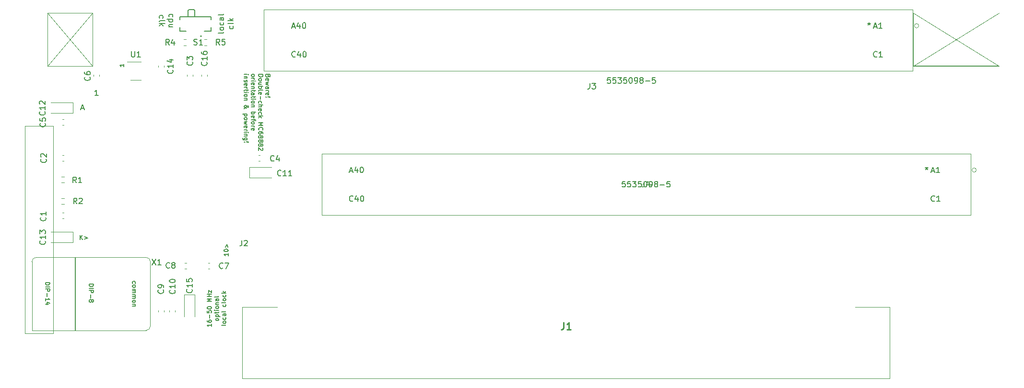
<source format=gbr>
%TF.GenerationSoftware,KiCad,Pcbnew,5.1.9+dfsg1-1~bpo10+1*%
%TF.CreationDate,2024-01-08T18:09:37+01:00*%
%TF.ProjectId,IIsiPDSAdapter,49497369-5044-4534-9164-61707465722e,rev?*%
%TF.SameCoordinates,Original*%
%TF.FileFunction,Legend,Top*%
%TF.FilePolarity,Positive*%
%FSLAX46Y46*%
G04 Gerber Fmt 4.6, Leading zero omitted, Abs format (unit mm)*
G04 Created by KiCad (PCBNEW 5.1.9+dfsg1-1~bpo10+1) date 2024-01-08 18:09:37*
%MOMM*%
%LPD*%
G01*
G04 APERTURE LIST*
%ADD10C,0.150000*%
%ADD11C,0.200000*%
%ADD12C,0.120000*%
%ADD13C,0.127000*%
%ADD14C,0.100000*%
%ADD15C,0.254000*%
G04 APERTURE END LIST*
D10*
X90829285Y-140507142D02*
X90829285Y-140935714D01*
X90829285Y-140721428D02*
X90079285Y-140721428D01*
X90186428Y-140792857D01*
X90257857Y-140864285D01*
X90293571Y-140935714D01*
X90079285Y-140042857D02*
X90079285Y-139971428D01*
X90115000Y-139900000D01*
X90150714Y-139864285D01*
X90222142Y-139828571D01*
X90365000Y-139792857D01*
X90543571Y-139792857D01*
X90686428Y-139828571D01*
X90757857Y-139864285D01*
X90793571Y-139900000D01*
X90829285Y-139971428D01*
X90829285Y-140042857D01*
X90793571Y-140114285D01*
X90757857Y-140150000D01*
X90686428Y-140185714D01*
X90543571Y-140221428D01*
X90365000Y-140221428D01*
X90222142Y-140185714D01*
X90150714Y-140150000D01*
X90115000Y-140114285D01*
X90079285Y-140042857D01*
X90329285Y-139471428D02*
X90543571Y-138900000D01*
X90757857Y-139471428D01*
X64689285Y-138069285D02*
X64689285Y-137319285D01*
X65117857Y-138069285D02*
X64796428Y-137640714D01*
X65117857Y-137319285D02*
X64689285Y-137747857D01*
X65439285Y-137569285D02*
X66010714Y-137783571D01*
X65439285Y-137997857D01*
X72419285Y-107065714D02*
X72419285Y-107494285D01*
X72419285Y-107280000D02*
X71669285Y-107280000D01*
X71776428Y-107351428D01*
X71847857Y-107422857D01*
X71883571Y-107494285D01*
X87854285Y-153002142D02*
X87854285Y-153430714D01*
X87854285Y-153216428D02*
X87104285Y-153216428D01*
X87211428Y-153287857D01*
X87282857Y-153359285D01*
X87318571Y-153430714D01*
X87104285Y-152359285D02*
X87104285Y-152502142D01*
X87140000Y-152573571D01*
X87175714Y-152609285D01*
X87282857Y-152680714D01*
X87425714Y-152716428D01*
X87711428Y-152716428D01*
X87782857Y-152680714D01*
X87818571Y-152645000D01*
X87854285Y-152573571D01*
X87854285Y-152430714D01*
X87818571Y-152359285D01*
X87782857Y-152323571D01*
X87711428Y-152287857D01*
X87532857Y-152287857D01*
X87461428Y-152323571D01*
X87425714Y-152359285D01*
X87390000Y-152430714D01*
X87390000Y-152573571D01*
X87425714Y-152645000D01*
X87461428Y-152680714D01*
X87532857Y-152716428D01*
X87568571Y-151966428D02*
X87568571Y-151395000D01*
X87104285Y-150680714D02*
X87104285Y-151037857D01*
X87461428Y-151073571D01*
X87425714Y-151037857D01*
X87390000Y-150966428D01*
X87390000Y-150787857D01*
X87425714Y-150716428D01*
X87461428Y-150680714D01*
X87532857Y-150645000D01*
X87711428Y-150645000D01*
X87782857Y-150680714D01*
X87818571Y-150716428D01*
X87854285Y-150787857D01*
X87854285Y-150966428D01*
X87818571Y-151037857D01*
X87782857Y-151073571D01*
X87104285Y-150180714D02*
X87104285Y-150109285D01*
X87140000Y-150037857D01*
X87175714Y-150002142D01*
X87247142Y-149966428D01*
X87390000Y-149930714D01*
X87568571Y-149930714D01*
X87711428Y-149966428D01*
X87782857Y-150002142D01*
X87818571Y-150037857D01*
X87854285Y-150109285D01*
X87854285Y-150180714D01*
X87818571Y-150252142D01*
X87782857Y-150287857D01*
X87711428Y-150323571D01*
X87568571Y-150359285D01*
X87390000Y-150359285D01*
X87247142Y-150323571D01*
X87175714Y-150287857D01*
X87140000Y-150252142D01*
X87104285Y-150180714D01*
X87854285Y-149037857D02*
X87104285Y-149037857D01*
X87640000Y-148787857D01*
X87104285Y-148537857D01*
X87854285Y-148537857D01*
X87854285Y-148180714D02*
X87104285Y-148180714D01*
X87461428Y-148180714D02*
X87461428Y-147752142D01*
X87854285Y-147752142D02*
X87104285Y-147752142D01*
X87354285Y-147466428D02*
X87354285Y-147073571D01*
X87854285Y-147466428D01*
X87854285Y-147073571D01*
X89129285Y-152270000D02*
X89093571Y-152341428D01*
X89057857Y-152377142D01*
X88986428Y-152412857D01*
X88772142Y-152412857D01*
X88700714Y-152377142D01*
X88665000Y-152341428D01*
X88629285Y-152270000D01*
X88629285Y-152162857D01*
X88665000Y-152091428D01*
X88700714Y-152055714D01*
X88772142Y-152020000D01*
X88986428Y-152020000D01*
X89057857Y-152055714D01*
X89093571Y-152091428D01*
X89129285Y-152162857D01*
X89129285Y-152270000D01*
X88629285Y-151698571D02*
X89379285Y-151698571D01*
X88665000Y-151698571D02*
X88629285Y-151627142D01*
X88629285Y-151484285D01*
X88665000Y-151412857D01*
X88700714Y-151377142D01*
X88772142Y-151341428D01*
X88986428Y-151341428D01*
X89057857Y-151377142D01*
X89093571Y-151412857D01*
X89129285Y-151484285D01*
X89129285Y-151627142D01*
X89093571Y-151698571D01*
X88629285Y-151127142D02*
X88629285Y-150841428D01*
X88379285Y-151020000D02*
X89022142Y-151020000D01*
X89093571Y-150984285D01*
X89129285Y-150912857D01*
X89129285Y-150841428D01*
X89129285Y-150591428D02*
X88629285Y-150591428D01*
X88379285Y-150591428D02*
X88415000Y-150627142D01*
X88450714Y-150591428D01*
X88415000Y-150555714D01*
X88379285Y-150591428D01*
X88450714Y-150591428D01*
X89129285Y-150127142D02*
X89093571Y-150198571D01*
X89057857Y-150234285D01*
X88986428Y-150270000D01*
X88772142Y-150270000D01*
X88700714Y-150234285D01*
X88665000Y-150198571D01*
X88629285Y-150127142D01*
X88629285Y-150020000D01*
X88665000Y-149948571D01*
X88700714Y-149912857D01*
X88772142Y-149877142D01*
X88986428Y-149877142D01*
X89057857Y-149912857D01*
X89093571Y-149948571D01*
X89129285Y-150020000D01*
X89129285Y-150127142D01*
X88629285Y-149555714D02*
X89129285Y-149555714D01*
X88700714Y-149555714D02*
X88665000Y-149520000D01*
X88629285Y-149448571D01*
X88629285Y-149341428D01*
X88665000Y-149270000D01*
X88736428Y-149234285D01*
X89129285Y-149234285D01*
X89129285Y-148555714D02*
X88736428Y-148555714D01*
X88665000Y-148591428D01*
X88629285Y-148662857D01*
X88629285Y-148805714D01*
X88665000Y-148877142D01*
X89093571Y-148555714D02*
X89129285Y-148627142D01*
X89129285Y-148805714D01*
X89093571Y-148877142D01*
X89022142Y-148912857D01*
X88950714Y-148912857D01*
X88879285Y-148877142D01*
X88843571Y-148805714D01*
X88843571Y-148627142D01*
X88807857Y-148555714D01*
X89129285Y-148091428D02*
X89093571Y-148162857D01*
X89022142Y-148198571D01*
X88379285Y-148198571D01*
X90404285Y-153145000D02*
X90368571Y-153216428D01*
X90297142Y-153252142D01*
X89654285Y-153252142D01*
X90404285Y-152752142D02*
X90368571Y-152823571D01*
X90332857Y-152859285D01*
X90261428Y-152895000D01*
X90047142Y-152895000D01*
X89975714Y-152859285D01*
X89940000Y-152823571D01*
X89904285Y-152752142D01*
X89904285Y-152645000D01*
X89940000Y-152573571D01*
X89975714Y-152537857D01*
X90047142Y-152502142D01*
X90261428Y-152502142D01*
X90332857Y-152537857D01*
X90368571Y-152573571D01*
X90404285Y-152645000D01*
X90404285Y-152752142D01*
X90368571Y-151859285D02*
X90404285Y-151930714D01*
X90404285Y-152073571D01*
X90368571Y-152145000D01*
X90332857Y-152180714D01*
X90261428Y-152216428D01*
X90047142Y-152216428D01*
X89975714Y-152180714D01*
X89940000Y-152145000D01*
X89904285Y-152073571D01*
X89904285Y-151930714D01*
X89940000Y-151859285D01*
X90404285Y-151216428D02*
X90011428Y-151216428D01*
X89940000Y-151252142D01*
X89904285Y-151323571D01*
X89904285Y-151466428D01*
X89940000Y-151537857D01*
X90368571Y-151216428D02*
X90404285Y-151287857D01*
X90404285Y-151466428D01*
X90368571Y-151537857D01*
X90297142Y-151573571D01*
X90225714Y-151573571D01*
X90154285Y-151537857D01*
X90118571Y-151466428D01*
X90118571Y-151287857D01*
X90082857Y-151216428D01*
X90404285Y-150752142D02*
X90368571Y-150823571D01*
X90297142Y-150859285D01*
X89654285Y-150859285D01*
X90368571Y-149573571D02*
X90404285Y-149645000D01*
X90404285Y-149787857D01*
X90368571Y-149859285D01*
X90332857Y-149895000D01*
X90261428Y-149930714D01*
X90047142Y-149930714D01*
X89975714Y-149895000D01*
X89940000Y-149859285D01*
X89904285Y-149787857D01*
X89904285Y-149645000D01*
X89940000Y-149573571D01*
X90404285Y-149145000D02*
X90368571Y-149216428D01*
X90297142Y-149252142D01*
X89654285Y-149252142D01*
X90404285Y-148752142D02*
X90368571Y-148823571D01*
X90332857Y-148859285D01*
X90261428Y-148895000D01*
X90047142Y-148895000D01*
X89975714Y-148859285D01*
X89940000Y-148823571D01*
X89904285Y-148752142D01*
X89904285Y-148645000D01*
X89940000Y-148573571D01*
X89975714Y-148537857D01*
X90047142Y-148502142D01*
X90261428Y-148502142D01*
X90332857Y-148537857D01*
X90368571Y-148573571D01*
X90404285Y-148645000D01*
X90404285Y-148752142D01*
X90368571Y-147859285D02*
X90404285Y-147930714D01*
X90404285Y-148073571D01*
X90368571Y-148145000D01*
X90332857Y-148180714D01*
X90261428Y-148216428D01*
X90047142Y-148216428D01*
X89975714Y-148180714D01*
X89940000Y-148145000D01*
X89904285Y-148073571D01*
X89904285Y-147930714D01*
X89940000Y-147859285D01*
X90404285Y-147537857D02*
X89654285Y-147537857D01*
X90118571Y-147466428D02*
X90404285Y-147252142D01*
X89904285Y-147252142D02*
X90190000Y-147537857D01*
X97876071Y-109156071D02*
X97840357Y-109263214D01*
X97804642Y-109298928D01*
X97733214Y-109334642D01*
X97626071Y-109334642D01*
X97554642Y-109298928D01*
X97518928Y-109263214D01*
X97483214Y-109191785D01*
X97483214Y-108906071D01*
X98233214Y-108906071D01*
X98233214Y-109156071D01*
X98197500Y-109227500D01*
X98161785Y-109263214D01*
X98090357Y-109298928D01*
X98018928Y-109298928D01*
X97947500Y-109263214D01*
X97911785Y-109227500D01*
X97876071Y-109156071D01*
X97876071Y-108906071D01*
X97518928Y-109941785D02*
X97483214Y-109870357D01*
X97483214Y-109727500D01*
X97518928Y-109656071D01*
X97590357Y-109620357D01*
X97876071Y-109620357D01*
X97947500Y-109656071D01*
X97983214Y-109727500D01*
X97983214Y-109870357D01*
X97947500Y-109941785D01*
X97876071Y-109977500D01*
X97804642Y-109977500D01*
X97733214Y-109620357D01*
X97983214Y-110227500D02*
X97483214Y-110370357D01*
X97840357Y-110513214D01*
X97483214Y-110656071D01*
X97983214Y-110798928D01*
X97483214Y-111406071D02*
X97876071Y-111406071D01*
X97947500Y-111370357D01*
X97983214Y-111298928D01*
X97983214Y-111156071D01*
X97947500Y-111084642D01*
X97518928Y-111406071D02*
X97483214Y-111334642D01*
X97483214Y-111156071D01*
X97518928Y-111084642D01*
X97590357Y-111048928D01*
X97661785Y-111048928D01*
X97733214Y-111084642D01*
X97768928Y-111156071D01*
X97768928Y-111334642D01*
X97804642Y-111406071D01*
X97483214Y-111763214D02*
X97983214Y-111763214D01*
X97840357Y-111763214D02*
X97911785Y-111798928D01*
X97947500Y-111834642D01*
X97983214Y-111906071D01*
X97983214Y-111977500D01*
X97518928Y-112513214D02*
X97483214Y-112441785D01*
X97483214Y-112298928D01*
X97518928Y-112227500D01*
X97590357Y-112191785D01*
X97876071Y-112191785D01*
X97947500Y-112227500D01*
X97983214Y-112298928D01*
X97983214Y-112441785D01*
X97947500Y-112513214D01*
X97876071Y-112548928D01*
X97804642Y-112548928D01*
X97733214Y-112191785D01*
X97554642Y-112870357D02*
X97518928Y-112906071D01*
X97483214Y-112870357D01*
X97518928Y-112834642D01*
X97554642Y-112870357D01*
X97483214Y-112870357D01*
X97768928Y-112870357D02*
X98197500Y-112834642D01*
X98233214Y-112870357D01*
X98197500Y-112906071D01*
X97768928Y-112870357D01*
X98233214Y-112870357D01*
X96208214Y-108906071D02*
X96958214Y-108906071D01*
X96958214Y-109084642D01*
X96922500Y-109191785D01*
X96851071Y-109263214D01*
X96779642Y-109298928D01*
X96636785Y-109334642D01*
X96529642Y-109334642D01*
X96386785Y-109298928D01*
X96315357Y-109263214D01*
X96243928Y-109191785D01*
X96208214Y-109084642D01*
X96208214Y-108906071D01*
X96208214Y-109763214D02*
X96243928Y-109691785D01*
X96279642Y-109656071D01*
X96351071Y-109620357D01*
X96565357Y-109620357D01*
X96636785Y-109656071D01*
X96672500Y-109691785D01*
X96708214Y-109763214D01*
X96708214Y-109870357D01*
X96672500Y-109941785D01*
X96636785Y-109977500D01*
X96565357Y-110013214D01*
X96351071Y-110013214D01*
X96279642Y-109977500D01*
X96243928Y-109941785D01*
X96208214Y-109870357D01*
X96208214Y-109763214D01*
X96708214Y-110656071D02*
X96208214Y-110656071D01*
X96708214Y-110334642D02*
X96315357Y-110334642D01*
X96243928Y-110370357D01*
X96208214Y-110441785D01*
X96208214Y-110548928D01*
X96243928Y-110620357D01*
X96279642Y-110656071D01*
X96208214Y-111013214D02*
X96958214Y-111013214D01*
X96672500Y-111013214D02*
X96708214Y-111084642D01*
X96708214Y-111227500D01*
X96672500Y-111298928D01*
X96636785Y-111334642D01*
X96565357Y-111370357D01*
X96351071Y-111370357D01*
X96279642Y-111334642D01*
X96243928Y-111298928D01*
X96208214Y-111227500D01*
X96208214Y-111084642D01*
X96243928Y-111013214D01*
X96208214Y-111798928D02*
X96243928Y-111727500D01*
X96315357Y-111691785D01*
X96958214Y-111691785D01*
X96243928Y-112370357D02*
X96208214Y-112298928D01*
X96208214Y-112156071D01*
X96243928Y-112084642D01*
X96315357Y-112048928D01*
X96601071Y-112048928D01*
X96672500Y-112084642D01*
X96708214Y-112156071D01*
X96708214Y-112298928D01*
X96672500Y-112370357D01*
X96601071Y-112406071D01*
X96529642Y-112406071D01*
X96458214Y-112048928D01*
X96493928Y-112727500D02*
X96493928Y-113298928D01*
X96243928Y-113977500D02*
X96208214Y-113906071D01*
X96208214Y-113763214D01*
X96243928Y-113691785D01*
X96279642Y-113656071D01*
X96351071Y-113620357D01*
X96565357Y-113620357D01*
X96636785Y-113656071D01*
X96672500Y-113691785D01*
X96708214Y-113763214D01*
X96708214Y-113906071D01*
X96672500Y-113977500D01*
X96208214Y-114298928D02*
X96958214Y-114298928D01*
X96208214Y-114620357D02*
X96601071Y-114620357D01*
X96672500Y-114584642D01*
X96708214Y-114513214D01*
X96708214Y-114406071D01*
X96672500Y-114334642D01*
X96636785Y-114298928D01*
X96243928Y-115263214D02*
X96208214Y-115191785D01*
X96208214Y-115048928D01*
X96243928Y-114977500D01*
X96315357Y-114941785D01*
X96601071Y-114941785D01*
X96672500Y-114977500D01*
X96708214Y-115048928D01*
X96708214Y-115191785D01*
X96672500Y-115263214D01*
X96601071Y-115298928D01*
X96529642Y-115298928D01*
X96458214Y-114941785D01*
X96243928Y-115941785D02*
X96208214Y-115870357D01*
X96208214Y-115727500D01*
X96243928Y-115656071D01*
X96279642Y-115620357D01*
X96351071Y-115584642D01*
X96565357Y-115584642D01*
X96636785Y-115620357D01*
X96672500Y-115656071D01*
X96708214Y-115727500D01*
X96708214Y-115870357D01*
X96672500Y-115941785D01*
X96208214Y-116263214D02*
X96958214Y-116263214D01*
X96493928Y-116334642D02*
X96208214Y-116548928D01*
X96708214Y-116548928D02*
X96422500Y-116263214D01*
X96208214Y-117441785D02*
X96958214Y-117441785D01*
X96422500Y-117691785D01*
X96958214Y-117941785D01*
X96208214Y-117941785D01*
X96279642Y-118727500D02*
X96243928Y-118691785D01*
X96208214Y-118584642D01*
X96208214Y-118513214D01*
X96243928Y-118406071D01*
X96315357Y-118334642D01*
X96386785Y-118298928D01*
X96529642Y-118263214D01*
X96636785Y-118263214D01*
X96779642Y-118298928D01*
X96851071Y-118334642D01*
X96922500Y-118406071D01*
X96958214Y-118513214D01*
X96958214Y-118584642D01*
X96922500Y-118691785D01*
X96886785Y-118727500D01*
X96958214Y-119370357D02*
X96958214Y-119227500D01*
X96922500Y-119156071D01*
X96886785Y-119120357D01*
X96779642Y-119048928D01*
X96636785Y-119013214D01*
X96351071Y-119013214D01*
X96279642Y-119048928D01*
X96243928Y-119084642D01*
X96208214Y-119156071D01*
X96208214Y-119298928D01*
X96243928Y-119370357D01*
X96279642Y-119406071D01*
X96351071Y-119441785D01*
X96529642Y-119441785D01*
X96601071Y-119406071D01*
X96636785Y-119370357D01*
X96672500Y-119298928D01*
X96672500Y-119156071D01*
X96636785Y-119084642D01*
X96601071Y-119048928D01*
X96529642Y-119013214D01*
X96636785Y-119870357D02*
X96672500Y-119798928D01*
X96708214Y-119763214D01*
X96779642Y-119727500D01*
X96815357Y-119727500D01*
X96886785Y-119763214D01*
X96922500Y-119798928D01*
X96958214Y-119870357D01*
X96958214Y-120013214D01*
X96922500Y-120084642D01*
X96886785Y-120120357D01*
X96815357Y-120156071D01*
X96779642Y-120156071D01*
X96708214Y-120120357D01*
X96672500Y-120084642D01*
X96636785Y-120013214D01*
X96636785Y-119870357D01*
X96601071Y-119798928D01*
X96565357Y-119763214D01*
X96493928Y-119727500D01*
X96351071Y-119727500D01*
X96279642Y-119763214D01*
X96243928Y-119798928D01*
X96208214Y-119870357D01*
X96208214Y-120013214D01*
X96243928Y-120084642D01*
X96279642Y-120120357D01*
X96351071Y-120156071D01*
X96493928Y-120156071D01*
X96565357Y-120120357D01*
X96601071Y-120084642D01*
X96636785Y-120013214D01*
X96636785Y-120584642D02*
X96672500Y-120513214D01*
X96708214Y-120477500D01*
X96779642Y-120441785D01*
X96815357Y-120441785D01*
X96886785Y-120477500D01*
X96922500Y-120513214D01*
X96958214Y-120584642D01*
X96958214Y-120727500D01*
X96922500Y-120798928D01*
X96886785Y-120834642D01*
X96815357Y-120870357D01*
X96779642Y-120870357D01*
X96708214Y-120834642D01*
X96672500Y-120798928D01*
X96636785Y-120727500D01*
X96636785Y-120584642D01*
X96601071Y-120513214D01*
X96565357Y-120477500D01*
X96493928Y-120441785D01*
X96351071Y-120441785D01*
X96279642Y-120477500D01*
X96243928Y-120513214D01*
X96208214Y-120584642D01*
X96208214Y-120727500D01*
X96243928Y-120798928D01*
X96279642Y-120834642D01*
X96351071Y-120870357D01*
X96493928Y-120870357D01*
X96565357Y-120834642D01*
X96601071Y-120798928D01*
X96636785Y-120727500D01*
X96636785Y-121298928D02*
X96672500Y-121227500D01*
X96708214Y-121191785D01*
X96779642Y-121156071D01*
X96815357Y-121156071D01*
X96886785Y-121191785D01*
X96922500Y-121227500D01*
X96958214Y-121298928D01*
X96958214Y-121441785D01*
X96922500Y-121513214D01*
X96886785Y-121548928D01*
X96815357Y-121584642D01*
X96779642Y-121584642D01*
X96708214Y-121548928D01*
X96672500Y-121513214D01*
X96636785Y-121441785D01*
X96636785Y-121298928D01*
X96601071Y-121227500D01*
X96565357Y-121191785D01*
X96493928Y-121156071D01*
X96351071Y-121156071D01*
X96279642Y-121191785D01*
X96243928Y-121227500D01*
X96208214Y-121298928D01*
X96208214Y-121441785D01*
X96243928Y-121513214D01*
X96279642Y-121548928D01*
X96351071Y-121584642D01*
X96493928Y-121584642D01*
X96565357Y-121548928D01*
X96601071Y-121513214D01*
X96636785Y-121441785D01*
X96886785Y-121870357D02*
X96922500Y-121906071D01*
X96958214Y-121977500D01*
X96958214Y-122156071D01*
X96922500Y-122227500D01*
X96886785Y-122263214D01*
X96815357Y-122298928D01*
X96743928Y-122298928D01*
X96636785Y-122263214D01*
X96208214Y-121834642D01*
X96208214Y-122298928D01*
X94933214Y-109013214D02*
X94968928Y-108941785D01*
X95004642Y-108906071D01*
X95076071Y-108870357D01*
X95290357Y-108870357D01*
X95361785Y-108906071D01*
X95397500Y-108941785D01*
X95433214Y-109013214D01*
X95433214Y-109120357D01*
X95397500Y-109191785D01*
X95361785Y-109227500D01*
X95290357Y-109263214D01*
X95076071Y-109263214D01*
X95004642Y-109227500D01*
X94968928Y-109191785D01*
X94933214Y-109120357D01*
X94933214Y-109013214D01*
X94933214Y-109584642D02*
X95433214Y-109584642D01*
X95290357Y-109584642D02*
X95361785Y-109620357D01*
X95397500Y-109656071D01*
X95433214Y-109727500D01*
X95433214Y-109798928D01*
X94933214Y-110048928D02*
X95433214Y-110048928D01*
X95683214Y-110048928D02*
X95647500Y-110013214D01*
X95611785Y-110048928D01*
X95647500Y-110084642D01*
X95683214Y-110048928D01*
X95611785Y-110048928D01*
X94968928Y-110691785D02*
X94933214Y-110620357D01*
X94933214Y-110477500D01*
X94968928Y-110406071D01*
X95040357Y-110370357D01*
X95326071Y-110370357D01*
X95397500Y-110406071D01*
X95433214Y-110477500D01*
X95433214Y-110620357D01*
X95397500Y-110691785D01*
X95326071Y-110727500D01*
X95254642Y-110727500D01*
X95183214Y-110370357D01*
X95433214Y-111048928D02*
X94933214Y-111048928D01*
X95361785Y-111048928D02*
X95397500Y-111084642D01*
X95433214Y-111156071D01*
X95433214Y-111263214D01*
X95397500Y-111334642D01*
X95326071Y-111370357D01*
X94933214Y-111370357D01*
X95433214Y-111620357D02*
X95433214Y-111906071D01*
X95683214Y-111727500D02*
X95040357Y-111727500D01*
X94968928Y-111763214D01*
X94933214Y-111834642D01*
X94933214Y-111906071D01*
X94933214Y-112477500D02*
X95326071Y-112477500D01*
X95397500Y-112441785D01*
X95433214Y-112370357D01*
X95433214Y-112227500D01*
X95397500Y-112156071D01*
X94968928Y-112477500D02*
X94933214Y-112406071D01*
X94933214Y-112227500D01*
X94968928Y-112156071D01*
X95040357Y-112120357D01*
X95111785Y-112120357D01*
X95183214Y-112156071D01*
X95218928Y-112227500D01*
X95218928Y-112406071D01*
X95254642Y-112477500D01*
X95433214Y-112727500D02*
X95433214Y-113013214D01*
X95683214Y-112834642D02*
X95040357Y-112834642D01*
X94968928Y-112870357D01*
X94933214Y-112941785D01*
X94933214Y-113013214D01*
X94933214Y-113263214D02*
X95433214Y-113263214D01*
X95683214Y-113263214D02*
X95647500Y-113227500D01*
X95611785Y-113263214D01*
X95647500Y-113298928D01*
X95683214Y-113263214D01*
X95611785Y-113263214D01*
X94933214Y-113727500D02*
X94968928Y-113656071D01*
X95004642Y-113620357D01*
X95076071Y-113584642D01*
X95290357Y-113584642D01*
X95361785Y-113620357D01*
X95397500Y-113656071D01*
X95433214Y-113727500D01*
X95433214Y-113834642D01*
X95397500Y-113906071D01*
X95361785Y-113941785D01*
X95290357Y-113977500D01*
X95076071Y-113977500D01*
X95004642Y-113941785D01*
X94968928Y-113906071D01*
X94933214Y-113834642D01*
X94933214Y-113727500D01*
X95433214Y-114298928D02*
X94933214Y-114298928D01*
X95361785Y-114298928D02*
X95397500Y-114334642D01*
X95433214Y-114406071D01*
X95433214Y-114513214D01*
X95397500Y-114584642D01*
X95326071Y-114620357D01*
X94933214Y-114620357D01*
X94933214Y-115548928D02*
X95683214Y-115548928D01*
X95397500Y-115548928D02*
X95433214Y-115620357D01*
X95433214Y-115763214D01*
X95397500Y-115834642D01*
X95361785Y-115870357D01*
X95290357Y-115906071D01*
X95076071Y-115906071D01*
X95004642Y-115870357D01*
X94968928Y-115834642D01*
X94933214Y-115763214D01*
X94933214Y-115620357D01*
X94968928Y-115548928D01*
X94968928Y-116513214D02*
X94933214Y-116441785D01*
X94933214Y-116298928D01*
X94968928Y-116227500D01*
X95040357Y-116191785D01*
X95326071Y-116191785D01*
X95397500Y-116227500D01*
X95433214Y-116298928D01*
X95433214Y-116441785D01*
X95397500Y-116513214D01*
X95326071Y-116548928D01*
X95254642Y-116548928D01*
X95183214Y-116191785D01*
X95433214Y-116763214D02*
X95433214Y-117048928D01*
X94933214Y-116870357D02*
X95576071Y-116870357D01*
X95647500Y-116906071D01*
X95683214Y-116977500D01*
X95683214Y-117048928D01*
X94933214Y-117406071D02*
X94968928Y-117334642D01*
X95004642Y-117298928D01*
X95076071Y-117263214D01*
X95290357Y-117263214D01*
X95361785Y-117298928D01*
X95397500Y-117334642D01*
X95433214Y-117406071D01*
X95433214Y-117513214D01*
X95397500Y-117584642D01*
X95361785Y-117620357D01*
X95290357Y-117656071D01*
X95076071Y-117656071D01*
X95004642Y-117620357D01*
X94968928Y-117584642D01*
X94933214Y-117513214D01*
X94933214Y-117406071D01*
X94933214Y-117977500D02*
X95433214Y-117977500D01*
X95290357Y-117977500D02*
X95361785Y-118013214D01*
X95397500Y-118048928D01*
X95433214Y-118120357D01*
X95433214Y-118191785D01*
X94968928Y-118727500D02*
X94933214Y-118656071D01*
X94933214Y-118513214D01*
X94968928Y-118441785D01*
X95040357Y-118406071D01*
X95326071Y-118406071D01*
X95397500Y-118441785D01*
X95433214Y-118513214D01*
X95433214Y-118656071D01*
X95397500Y-118727500D01*
X95326071Y-118763214D01*
X95254642Y-118763214D01*
X95183214Y-118406071D01*
X93658214Y-108906071D02*
X94158214Y-108906071D01*
X94408214Y-108906071D02*
X94372500Y-108870357D01*
X94336785Y-108906071D01*
X94372500Y-108941785D01*
X94408214Y-108906071D01*
X94336785Y-108906071D01*
X94158214Y-109263214D02*
X93658214Y-109263214D01*
X94086785Y-109263214D02*
X94122500Y-109298928D01*
X94158214Y-109370357D01*
X94158214Y-109477500D01*
X94122500Y-109548928D01*
X94051071Y-109584642D01*
X93658214Y-109584642D01*
X93693928Y-109906071D02*
X93658214Y-109977500D01*
X93658214Y-110120357D01*
X93693928Y-110191785D01*
X93765357Y-110227500D01*
X93801071Y-110227500D01*
X93872500Y-110191785D01*
X93908214Y-110120357D01*
X93908214Y-110013214D01*
X93943928Y-109941785D01*
X94015357Y-109906071D01*
X94051071Y-109906071D01*
X94122500Y-109941785D01*
X94158214Y-110013214D01*
X94158214Y-110120357D01*
X94122500Y-110191785D01*
X93693928Y-110834642D02*
X93658214Y-110763214D01*
X93658214Y-110620357D01*
X93693928Y-110548928D01*
X93765357Y-110513214D01*
X94051071Y-110513214D01*
X94122500Y-110548928D01*
X94158214Y-110620357D01*
X94158214Y-110763214D01*
X94122500Y-110834642D01*
X94051071Y-110870357D01*
X93979642Y-110870357D01*
X93908214Y-110513214D01*
X93658214Y-111191785D02*
X94158214Y-111191785D01*
X94015357Y-111191785D02*
X94086785Y-111227500D01*
X94122500Y-111263214D01*
X94158214Y-111334642D01*
X94158214Y-111406071D01*
X94158214Y-111548928D02*
X94158214Y-111834642D01*
X94408214Y-111656071D02*
X93765357Y-111656071D01*
X93693928Y-111691785D01*
X93658214Y-111763214D01*
X93658214Y-111834642D01*
X93658214Y-112084642D02*
X94158214Y-112084642D01*
X94408214Y-112084642D02*
X94372500Y-112048928D01*
X94336785Y-112084642D01*
X94372500Y-112120357D01*
X94408214Y-112084642D01*
X94336785Y-112084642D01*
X93658214Y-112548928D02*
X93693928Y-112477500D01*
X93729642Y-112441785D01*
X93801071Y-112406071D01*
X94015357Y-112406071D01*
X94086785Y-112441785D01*
X94122500Y-112477500D01*
X94158214Y-112548928D01*
X94158214Y-112656071D01*
X94122500Y-112727500D01*
X94086785Y-112763214D01*
X94015357Y-112798928D01*
X93801071Y-112798928D01*
X93729642Y-112763214D01*
X93693928Y-112727500D01*
X93658214Y-112656071D01*
X93658214Y-112548928D01*
X94158214Y-113120357D02*
X93658214Y-113120357D01*
X94086785Y-113120357D02*
X94122500Y-113156071D01*
X94158214Y-113227500D01*
X94158214Y-113334642D01*
X94122500Y-113406071D01*
X94051071Y-113441785D01*
X93658214Y-113441785D01*
X93658214Y-114977500D02*
X93658214Y-114941785D01*
X93693928Y-114870357D01*
X93801071Y-114763214D01*
X94015357Y-114584642D01*
X94122500Y-114513214D01*
X94229642Y-114477500D01*
X94301071Y-114477500D01*
X94372500Y-114513214D01*
X94408214Y-114584642D01*
X94408214Y-114620357D01*
X94372500Y-114691785D01*
X94301071Y-114727500D01*
X94265357Y-114727500D01*
X94193928Y-114691785D01*
X94158214Y-114656071D01*
X94015357Y-114441785D01*
X93979642Y-114406071D01*
X93908214Y-114370357D01*
X93801071Y-114370357D01*
X93729642Y-114406071D01*
X93693928Y-114441785D01*
X93658214Y-114513214D01*
X93658214Y-114620357D01*
X93693928Y-114691785D01*
X93729642Y-114727500D01*
X93872500Y-114834642D01*
X93979642Y-114870357D01*
X94051071Y-114870357D01*
X94158214Y-115870357D02*
X93408214Y-115870357D01*
X94122500Y-115870357D02*
X94158214Y-115941785D01*
X94158214Y-116084642D01*
X94122500Y-116156071D01*
X94086785Y-116191785D01*
X94015357Y-116227500D01*
X93801071Y-116227500D01*
X93729642Y-116191785D01*
X93693928Y-116156071D01*
X93658214Y-116084642D01*
X93658214Y-115941785D01*
X93693928Y-115870357D01*
X93658214Y-116656071D02*
X93693928Y-116584642D01*
X93729642Y-116548928D01*
X93801071Y-116513214D01*
X94015357Y-116513214D01*
X94086785Y-116548928D01*
X94122500Y-116584642D01*
X94158214Y-116656071D01*
X94158214Y-116763214D01*
X94122500Y-116834642D01*
X94086785Y-116870357D01*
X94015357Y-116906071D01*
X93801071Y-116906071D01*
X93729642Y-116870357D01*
X93693928Y-116834642D01*
X93658214Y-116763214D01*
X93658214Y-116656071D01*
X94158214Y-117156071D02*
X93658214Y-117298928D01*
X94015357Y-117441785D01*
X93658214Y-117584642D01*
X94158214Y-117727500D01*
X93693928Y-118298928D02*
X93658214Y-118227500D01*
X93658214Y-118084642D01*
X93693928Y-118013214D01*
X93765357Y-117977500D01*
X94051071Y-117977500D01*
X94122500Y-118013214D01*
X94158214Y-118084642D01*
X94158214Y-118227500D01*
X94122500Y-118298928D01*
X94051071Y-118334642D01*
X93979642Y-118334642D01*
X93908214Y-117977500D01*
X93658214Y-118656071D02*
X94158214Y-118656071D01*
X94015357Y-118656071D02*
X94086785Y-118691785D01*
X94122500Y-118727500D01*
X94158214Y-118798928D01*
X94158214Y-118870357D01*
X93658214Y-119120357D02*
X94158214Y-119120357D01*
X94408214Y-119120357D02*
X94372500Y-119084642D01*
X94336785Y-119120357D01*
X94372500Y-119156071D01*
X94408214Y-119120357D01*
X94336785Y-119120357D01*
X94158214Y-119477500D02*
X93658214Y-119477500D01*
X94086785Y-119477500D02*
X94122500Y-119513214D01*
X94158214Y-119584642D01*
X94158214Y-119691785D01*
X94122500Y-119763214D01*
X94051071Y-119798928D01*
X93658214Y-119798928D01*
X94158214Y-120477500D02*
X93551071Y-120477500D01*
X93479642Y-120441785D01*
X93443928Y-120406071D01*
X93408214Y-120334642D01*
X93408214Y-120227500D01*
X93443928Y-120156071D01*
X93693928Y-120477500D02*
X93658214Y-120406071D01*
X93658214Y-120263214D01*
X93693928Y-120191785D01*
X93729642Y-120156071D01*
X93801071Y-120120357D01*
X94015357Y-120120357D01*
X94086785Y-120156071D01*
X94122500Y-120191785D01*
X94158214Y-120263214D01*
X94158214Y-120406071D01*
X94122500Y-120477500D01*
X93729642Y-120834642D02*
X93693928Y-120870357D01*
X93658214Y-120834642D01*
X93693928Y-120798928D01*
X93729642Y-120834642D01*
X93658214Y-120834642D01*
X93943928Y-120834642D02*
X94372500Y-120798928D01*
X94408214Y-120834642D01*
X94372500Y-120870357D01*
X93943928Y-120834642D01*
X94408214Y-120834642D01*
X58560714Y-145701428D02*
X59310714Y-145701428D01*
X59310714Y-145880000D01*
X59275000Y-145987142D01*
X59203571Y-146058571D01*
X59132142Y-146094285D01*
X58989285Y-146130000D01*
X58882142Y-146130000D01*
X58739285Y-146094285D01*
X58667857Y-146058571D01*
X58596428Y-145987142D01*
X58560714Y-145880000D01*
X58560714Y-145701428D01*
X58560714Y-146451428D02*
X59310714Y-146451428D01*
X58560714Y-146808571D02*
X59310714Y-146808571D01*
X59310714Y-147094285D01*
X59275000Y-147165714D01*
X59239285Y-147201428D01*
X59167857Y-147237142D01*
X59060714Y-147237142D01*
X58989285Y-147201428D01*
X58953571Y-147165714D01*
X58917857Y-147094285D01*
X58917857Y-146808571D01*
X58846428Y-147558571D02*
X58846428Y-148130000D01*
X58560714Y-148880000D02*
X58560714Y-148451428D01*
X58560714Y-148665714D02*
X59310714Y-148665714D01*
X59203571Y-148594285D01*
X59132142Y-148522857D01*
X59096428Y-148451428D01*
X59060714Y-149522857D02*
X58560714Y-149522857D01*
X59346428Y-149344285D02*
X58810714Y-149165714D01*
X58810714Y-149630000D01*
X66280714Y-145948571D02*
X67030714Y-145948571D01*
X67030714Y-146127142D01*
X66995000Y-146234285D01*
X66923571Y-146305714D01*
X66852142Y-146341428D01*
X66709285Y-146377142D01*
X66602142Y-146377142D01*
X66459285Y-146341428D01*
X66387857Y-146305714D01*
X66316428Y-146234285D01*
X66280714Y-146127142D01*
X66280714Y-145948571D01*
X66280714Y-146698571D02*
X67030714Y-146698571D01*
X66280714Y-147055714D02*
X67030714Y-147055714D01*
X67030714Y-147341428D01*
X66995000Y-147412857D01*
X66959285Y-147448571D01*
X66887857Y-147484285D01*
X66780714Y-147484285D01*
X66709285Y-147448571D01*
X66673571Y-147412857D01*
X66637857Y-147341428D01*
X66637857Y-147055714D01*
X66566428Y-147805714D02*
X66566428Y-148377142D01*
X66709285Y-148841428D02*
X66745000Y-148770000D01*
X66780714Y-148734285D01*
X66852142Y-148698571D01*
X66887857Y-148698571D01*
X66959285Y-148734285D01*
X66995000Y-148770000D01*
X67030714Y-148841428D01*
X67030714Y-148984285D01*
X66995000Y-149055714D01*
X66959285Y-149091428D01*
X66887857Y-149127142D01*
X66852142Y-149127142D01*
X66780714Y-149091428D01*
X66745000Y-149055714D01*
X66709285Y-148984285D01*
X66709285Y-148841428D01*
X66673571Y-148770000D01*
X66637857Y-148734285D01*
X66566428Y-148698571D01*
X66423571Y-148698571D01*
X66352142Y-148734285D01*
X66316428Y-148770000D01*
X66280714Y-148841428D01*
X66280714Y-148984285D01*
X66316428Y-149055714D01*
X66352142Y-149091428D01*
X66423571Y-149127142D01*
X66566428Y-149127142D01*
X66637857Y-149091428D01*
X66673571Y-149055714D01*
X66709285Y-148984285D01*
X73976428Y-145840714D02*
X73940714Y-145769285D01*
X73940714Y-145626428D01*
X73976428Y-145555000D01*
X74012142Y-145519285D01*
X74083571Y-145483571D01*
X74297857Y-145483571D01*
X74369285Y-145519285D01*
X74405000Y-145555000D01*
X74440714Y-145626428D01*
X74440714Y-145769285D01*
X74405000Y-145840714D01*
X73940714Y-146269285D02*
X73976428Y-146197857D01*
X74012142Y-146162142D01*
X74083571Y-146126428D01*
X74297857Y-146126428D01*
X74369285Y-146162142D01*
X74405000Y-146197857D01*
X74440714Y-146269285D01*
X74440714Y-146376428D01*
X74405000Y-146447857D01*
X74369285Y-146483571D01*
X74297857Y-146519285D01*
X74083571Y-146519285D01*
X74012142Y-146483571D01*
X73976428Y-146447857D01*
X73940714Y-146376428D01*
X73940714Y-146269285D01*
X73940714Y-146840714D02*
X74440714Y-146840714D01*
X74369285Y-146840714D02*
X74405000Y-146876428D01*
X74440714Y-146947857D01*
X74440714Y-147055000D01*
X74405000Y-147126428D01*
X74333571Y-147162142D01*
X73940714Y-147162142D01*
X74333571Y-147162142D02*
X74405000Y-147197857D01*
X74440714Y-147269285D01*
X74440714Y-147376428D01*
X74405000Y-147447857D01*
X74333571Y-147483571D01*
X73940714Y-147483571D01*
X73940714Y-147840714D02*
X74440714Y-147840714D01*
X74369285Y-147840714D02*
X74405000Y-147876428D01*
X74440714Y-147947857D01*
X74440714Y-148055000D01*
X74405000Y-148126428D01*
X74333571Y-148162142D01*
X73940714Y-148162142D01*
X74333571Y-148162142D02*
X74405000Y-148197857D01*
X74440714Y-148269285D01*
X74440714Y-148376428D01*
X74405000Y-148447857D01*
X74333571Y-148483571D01*
X73940714Y-148483571D01*
X73940714Y-148947857D02*
X73976428Y-148876428D01*
X74012142Y-148840714D01*
X74083571Y-148805000D01*
X74297857Y-148805000D01*
X74369285Y-148840714D01*
X74405000Y-148876428D01*
X74440714Y-148947857D01*
X74440714Y-149055000D01*
X74405000Y-149126428D01*
X74369285Y-149162142D01*
X74297857Y-149197857D01*
X74083571Y-149197857D01*
X74012142Y-149162142D01*
X73976428Y-149126428D01*
X73940714Y-149055000D01*
X73940714Y-148947857D01*
X74440714Y-149519285D02*
X73940714Y-149519285D01*
X74369285Y-149519285D02*
X74405000Y-149555000D01*
X74440714Y-149626428D01*
X74440714Y-149733571D01*
X74405000Y-149805000D01*
X74333571Y-149840714D01*
X73940714Y-149840714D01*
D11*
X90022380Y-101406190D02*
X89974761Y-101501428D01*
X89879523Y-101549047D01*
X89022380Y-101549047D01*
X90022380Y-100882380D02*
X89974761Y-100977619D01*
X89927142Y-101025238D01*
X89831904Y-101072857D01*
X89546190Y-101072857D01*
X89450952Y-101025238D01*
X89403333Y-100977619D01*
X89355714Y-100882380D01*
X89355714Y-100739523D01*
X89403333Y-100644285D01*
X89450952Y-100596666D01*
X89546190Y-100549047D01*
X89831904Y-100549047D01*
X89927142Y-100596666D01*
X89974761Y-100644285D01*
X90022380Y-100739523D01*
X90022380Y-100882380D01*
X89974761Y-99691904D02*
X90022380Y-99787142D01*
X90022380Y-99977619D01*
X89974761Y-100072857D01*
X89927142Y-100120476D01*
X89831904Y-100168095D01*
X89546190Y-100168095D01*
X89450952Y-100120476D01*
X89403333Y-100072857D01*
X89355714Y-99977619D01*
X89355714Y-99787142D01*
X89403333Y-99691904D01*
X90022380Y-98834761D02*
X89498571Y-98834761D01*
X89403333Y-98882380D01*
X89355714Y-98977619D01*
X89355714Y-99168095D01*
X89403333Y-99263333D01*
X89974761Y-98834761D02*
X90022380Y-98930000D01*
X90022380Y-99168095D01*
X89974761Y-99263333D01*
X89879523Y-99310952D01*
X89784285Y-99310952D01*
X89689047Y-99263333D01*
X89641428Y-99168095D01*
X89641428Y-98930000D01*
X89593809Y-98834761D01*
X90022380Y-98215714D02*
X89974761Y-98310952D01*
X89879523Y-98358571D01*
X89022380Y-98358571D01*
X91674761Y-100358571D02*
X91722380Y-100453809D01*
X91722380Y-100644285D01*
X91674761Y-100739523D01*
X91627142Y-100787142D01*
X91531904Y-100834761D01*
X91246190Y-100834761D01*
X91150952Y-100787142D01*
X91103333Y-100739523D01*
X91055714Y-100644285D01*
X91055714Y-100453809D01*
X91103333Y-100358571D01*
X91722380Y-99787142D02*
X91674761Y-99882380D01*
X91579523Y-99930000D01*
X90722380Y-99930000D01*
X91722380Y-99406190D02*
X90722380Y-99406190D01*
X91341428Y-99310952D02*
X91722380Y-99025238D01*
X91055714Y-99025238D02*
X91436666Y-99406190D01*
X80405238Y-98723333D02*
X80357619Y-98628095D01*
X80357619Y-98437619D01*
X80405238Y-98342380D01*
X80452857Y-98294761D01*
X80548095Y-98247142D01*
X80833809Y-98247142D01*
X80929047Y-98294761D01*
X80976666Y-98342380D01*
X81024285Y-98437619D01*
X81024285Y-98628095D01*
X80976666Y-98723333D01*
X81024285Y-99151904D02*
X80024285Y-99151904D01*
X80976666Y-99151904D02*
X81024285Y-99247142D01*
X81024285Y-99437619D01*
X80976666Y-99532857D01*
X80929047Y-99580476D01*
X80833809Y-99628095D01*
X80548095Y-99628095D01*
X80452857Y-99580476D01*
X80405238Y-99532857D01*
X80357619Y-99437619D01*
X80357619Y-99247142D01*
X80405238Y-99151904D01*
X81024285Y-100485238D02*
X80357619Y-100485238D01*
X81024285Y-100056666D02*
X80500476Y-100056666D01*
X80405238Y-100104285D01*
X80357619Y-100199523D01*
X80357619Y-100342380D01*
X80405238Y-100437619D01*
X80452857Y-100485238D01*
X78705238Y-98961428D02*
X78657619Y-98866190D01*
X78657619Y-98675714D01*
X78705238Y-98580476D01*
X78752857Y-98532857D01*
X78848095Y-98485238D01*
X79133809Y-98485238D01*
X79229047Y-98532857D01*
X79276666Y-98580476D01*
X79324285Y-98675714D01*
X79324285Y-98866190D01*
X79276666Y-98961428D01*
X78657619Y-99532857D02*
X78705238Y-99437619D01*
X78800476Y-99390000D01*
X79657619Y-99390000D01*
X78657619Y-99913809D02*
X79657619Y-99913809D01*
X79038571Y-100009047D02*
X78657619Y-100294761D01*
X79324285Y-100294761D02*
X78943333Y-99913809D01*
D12*
X54900000Y-118000000D02*
X54900000Y-154700000D01*
X59900000Y-118000000D02*
X54900000Y-118000000D01*
X59900000Y-154700000D02*
X59900000Y-118000000D01*
X54900000Y-154700000D02*
X59900000Y-154700000D01*
X66900000Y-107400000D02*
X58900000Y-98000000D01*
X66900000Y-98000000D02*
X58900000Y-107400000D01*
X58900000Y-98000000D02*
X66900000Y-98000000D01*
X58900000Y-107400000D02*
X58900000Y-98000000D01*
X66900000Y-107400000D02*
X58900000Y-107400000D01*
X66900000Y-98000000D02*
X66900000Y-107400000D01*
X211730000Y-107400000D02*
X226900000Y-98000000D01*
X211730000Y-98000000D02*
X226900000Y-107400000D01*
X211730000Y-107400000D02*
X211730000Y-98000000D01*
D10*
X226900000Y-107400000D02*
X211730000Y-107400000D01*
D12*
%TO.C,J4*%
X222883000Y-125800000D02*
G75*
G03*
X222883000Y-125800000I-381000J0D01*
G01*
X107313000Y-122904400D02*
X107313000Y-133750200D01*
X221867000Y-122904400D02*
X107313000Y-122904400D01*
X221867000Y-133750200D02*
X221867000Y-122904400D01*
X107313000Y-133750200D02*
X221867000Y-133750200D01*
D13*
%TO.C,S1*%
X87750000Y-101245000D02*
X86620000Y-101245000D01*
X83380000Y-101245000D02*
X82250000Y-101245000D01*
X82250000Y-101245000D02*
X82250000Y-100595000D01*
X82250000Y-98745000D02*
X82250000Y-99255000D01*
X87750000Y-100595000D02*
X87750000Y-101245000D01*
X87750000Y-98745000D02*
X87750000Y-99255000D01*
X82250000Y-98745000D02*
X83700000Y-98745000D01*
X83700000Y-98745000D02*
X84900000Y-98745000D01*
X84900000Y-98745000D02*
X87750000Y-98745000D01*
X84900000Y-98745000D02*
X84900000Y-97645000D01*
X84900000Y-97645000D02*
X84700000Y-97445000D01*
X84700000Y-97445000D02*
X83900000Y-97445000D01*
X83900000Y-97445000D02*
X83700000Y-97645000D01*
X83700000Y-97645000D02*
X83700000Y-98745000D01*
D11*
X86100000Y-102135000D02*
G75*
G03*
X86100000Y-102135000I-100000J0D01*
G01*
D12*
%TO.C,C16*%
X86110000Y-109240580D02*
X86110000Y-108959420D01*
X87130000Y-109240580D02*
X87130000Y-108959420D01*
D10*
%TO.C,X1*%
X63870000Y-141240000D02*
X63870000Y-154040000D01*
D12*
X56170000Y-141990000D02*
X56170000Y-154140000D01*
X76320000Y-141240000D02*
X56920000Y-141240000D01*
X77070000Y-153390000D02*
X77070000Y-141990000D01*
X56170000Y-154140000D02*
X76320000Y-154140000D01*
X56920000Y-141240000D02*
G75*
G03*
X56170000Y-141990000I0J-750000D01*
G01*
X77070000Y-141990000D02*
G75*
G03*
X76320000Y-141240000I-750000J0D01*
G01*
X76320000Y-154140000D02*
G75*
G03*
X77070000Y-153390000I0J750000D01*
G01*
%TO.C,C15*%
X84935000Y-151750000D02*
X84935000Y-147840000D01*
X84935000Y-147840000D02*
X83065000Y-147840000D01*
X83065000Y-147840000D02*
X83065000Y-151750000D01*
%TO.C,U1*%
X73600000Y-109860000D02*
X75400000Y-109860000D01*
X75400000Y-106640000D02*
X72950000Y-106640000D01*
%TO.C,R5*%
X87053258Y-103772500D02*
X86578742Y-103772500D01*
X87053258Y-102727500D02*
X86578742Y-102727500D01*
%TO.C,R4*%
X82937742Y-102727500D02*
X83412258Y-102727500D01*
X82937742Y-103772500D02*
X83412258Y-103772500D01*
%TO.C,C14*%
X78490000Y-107615580D02*
X78490000Y-107334420D01*
X79510000Y-107615580D02*
X79510000Y-107334420D01*
%TO.C,C7*%
X87254420Y-142253000D02*
X87535580Y-142253000D01*
X87254420Y-143273000D02*
X87535580Y-143273000D01*
%TO.C,C4*%
X96144420Y-123200000D02*
X96425580Y-123200000D01*
X96144420Y-124220000D02*
X96425580Y-124220000D01*
%TO.C,C3*%
X83570000Y-109240580D02*
X83570000Y-108959420D01*
X84590000Y-109240580D02*
X84590000Y-108959420D01*
%TO.C,C2*%
X61835580Y-124220000D02*
X61554420Y-124220000D01*
X61835580Y-123200000D02*
X61554420Y-123200000D01*
%TO.C,C1*%
X61835580Y-134380000D02*
X61554420Y-134380000D01*
X61835580Y-133360000D02*
X61554420Y-133360000D01*
%TO.C,C13*%
X63430000Y-136745000D02*
X59520000Y-136745000D01*
X63430000Y-138615000D02*
X63430000Y-136745000D01*
X59520000Y-138615000D02*
X63430000Y-138615000D01*
%TO.C,C8*%
X83445580Y-143273000D02*
X83164420Y-143273000D01*
X83445580Y-142253000D02*
X83164420Y-142253000D01*
%TO.C,C12*%
X63430000Y-113885000D02*
X59520000Y-113885000D01*
X63430000Y-115755000D02*
X63430000Y-113885000D01*
X59520000Y-115755000D02*
X63430000Y-115755000D01*
%TO.C,C11*%
X94550000Y-127185000D02*
X98460000Y-127185000D01*
X94550000Y-125315000D02*
X94550000Y-127185000D01*
X98460000Y-125315000D02*
X94550000Y-125315000D01*
%TO.C,C10*%
X80460000Y-150584420D02*
X80460000Y-150865580D01*
X81480000Y-150584420D02*
X81480000Y-150865580D01*
%TO.C,C9*%
X78460000Y-150584420D02*
X78460000Y-150865580D01*
X79480000Y-150584420D02*
X79480000Y-150865580D01*
%TO.C,R2*%
X61882258Y-131852500D02*
X61407742Y-131852500D01*
X61882258Y-130807500D02*
X61407742Y-130807500D01*
%TO.C,R1*%
X61882258Y-128042500D02*
X61407742Y-128042500D01*
X61882258Y-126997500D02*
X61407742Y-126997500D01*
D14*
%TO.C,J1*%
X207620000Y-150020000D02*
X207620000Y-150020000D01*
X201500000Y-150020000D02*
X207620000Y-150020000D01*
X201500000Y-150020000D02*
X201500000Y-150020000D01*
X207620000Y-150020000D02*
X201500000Y-150020000D01*
X207620000Y-150020000D02*
X207620000Y-162640000D01*
X207620000Y-150020000D02*
X207620000Y-150020000D01*
X207620000Y-162640000D02*
X207620000Y-150020000D01*
X207620000Y-162640000D02*
X207620000Y-162640000D01*
X93320000Y-162640000D02*
X93320000Y-162640000D01*
X207620000Y-162640000D02*
X93320000Y-162640000D01*
X207620000Y-162640000D02*
X207620000Y-162640000D01*
X93320000Y-162640000D02*
X207620000Y-162640000D01*
X93320000Y-162640000D02*
X93320000Y-150020000D01*
X93320000Y-162640000D02*
X93320000Y-162640000D01*
X93320000Y-150020000D02*
X93320000Y-162640000D01*
X93320000Y-150020000D02*
X93320000Y-150020000D01*
X99500000Y-150020000D02*
X99500000Y-150020000D01*
X93320000Y-150020000D02*
X99500000Y-150020000D01*
X93320000Y-150020000D02*
X93320000Y-150020000D01*
X99500000Y-150020000D02*
X93320000Y-150020000D01*
D12*
%TO.C,C5*%
X61835580Y-116850000D02*
X61554420Y-116850000D01*
X61835580Y-117870000D02*
X61554420Y-117870000D01*
%TO.C,C6*%
X68080000Y-109240580D02*
X68080000Y-108959420D01*
X67060000Y-109240580D02*
X67060000Y-108959420D01*
%TO.C,J3*%
X97143000Y-108250200D02*
X211697000Y-108250200D01*
X211697000Y-108250200D02*
X211697000Y-97404400D01*
X211697000Y-97404400D02*
X97143000Y-97404400D01*
X97143000Y-97404400D02*
X97143000Y-108250200D01*
X212713000Y-100300000D02*
G75*
G03*
X212713000Y-100300000I-381000J0D01*
G01*
%TO.C,J4*%
D10*
X164256666Y-127792380D02*
X164256666Y-128506666D01*
X164209047Y-128649523D01*
X164113809Y-128744761D01*
X163970952Y-128792380D01*
X163875714Y-128792380D01*
X165161428Y-128125714D02*
X165161428Y-128792380D01*
X164923333Y-127744761D02*
X164685238Y-128459047D01*
X165304285Y-128459047D01*
X160875714Y-127792380D02*
X160399523Y-127792380D01*
X160351904Y-128268571D01*
X160399523Y-128220952D01*
X160494761Y-128173333D01*
X160732857Y-128173333D01*
X160828095Y-128220952D01*
X160875714Y-128268571D01*
X160923333Y-128363809D01*
X160923333Y-128601904D01*
X160875714Y-128697142D01*
X160828095Y-128744761D01*
X160732857Y-128792380D01*
X160494761Y-128792380D01*
X160399523Y-128744761D01*
X160351904Y-128697142D01*
X161828095Y-127792380D02*
X161351904Y-127792380D01*
X161304285Y-128268571D01*
X161351904Y-128220952D01*
X161447142Y-128173333D01*
X161685238Y-128173333D01*
X161780476Y-128220952D01*
X161828095Y-128268571D01*
X161875714Y-128363809D01*
X161875714Y-128601904D01*
X161828095Y-128697142D01*
X161780476Y-128744761D01*
X161685238Y-128792380D01*
X161447142Y-128792380D01*
X161351904Y-128744761D01*
X161304285Y-128697142D01*
X162209047Y-127792380D02*
X162828095Y-127792380D01*
X162494761Y-128173333D01*
X162637619Y-128173333D01*
X162732857Y-128220952D01*
X162780476Y-128268571D01*
X162828095Y-128363809D01*
X162828095Y-128601904D01*
X162780476Y-128697142D01*
X162732857Y-128744761D01*
X162637619Y-128792380D01*
X162351904Y-128792380D01*
X162256666Y-128744761D01*
X162209047Y-128697142D01*
X163732857Y-127792380D02*
X163256666Y-127792380D01*
X163209047Y-128268571D01*
X163256666Y-128220952D01*
X163351904Y-128173333D01*
X163590000Y-128173333D01*
X163685238Y-128220952D01*
X163732857Y-128268571D01*
X163780476Y-128363809D01*
X163780476Y-128601904D01*
X163732857Y-128697142D01*
X163685238Y-128744761D01*
X163590000Y-128792380D01*
X163351904Y-128792380D01*
X163256666Y-128744761D01*
X163209047Y-128697142D01*
X164399523Y-127792380D02*
X164494761Y-127792380D01*
X164590000Y-127840000D01*
X164637619Y-127887619D01*
X164685238Y-127982857D01*
X164732857Y-128173333D01*
X164732857Y-128411428D01*
X164685238Y-128601904D01*
X164637619Y-128697142D01*
X164590000Y-128744761D01*
X164494761Y-128792380D01*
X164399523Y-128792380D01*
X164304285Y-128744761D01*
X164256666Y-128697142D01*
X164209047Y-128601904D01*
X164161428Y-128411428D01*
X164161428Y-128173333D01*
X164209047Y-127982857D01*
X164256666Y-127887619D01*
X164304285Y-127840000D01*
X164399523Y-127792380D01*
X165209047Y-128792380D02*
X165399523Y-128792380D01*
X165494761Y-128744761D01*
X165542380Y-128697142D01*
X165637619Y-128554285D01*
X165685238Y-128363809D01*
X165685238Y-127982857D01*
X165637619Y-127887619D01*
X165590000Y-127840000D01*
X165494761Y-127792380D01*
X165304285Y-127792380D01*
X165209047Y-127840000D01*
X165161428Y-127887619D01*
X165113809Y-127982857D01*
X165113809Y-128220952D01*
X165161428Y-128316190D01*
X165209047Y-128363809D01*
X165304285Y-128411428D01*
X165494761Y-128411428D01*
X165590000Y-128363809D01*
X165637619Y-128316190D01*
X165685238Y-128220952D01*
X166256666Y-128220952D02*
X166161428Y-128173333D01*
X166113809Y-128125714D01*
X166066190Y-128030476D01*
X166066190Y-127982857D01*
X166113809Y-127887619D01*
X166161428Y-127840000D01*
X166256666Y-127792380D01*
X166447142Y-127792380D01*
X166542380Y-127840000D01*
X166590000Y-127887619D01*
X166637619Y-127982857D01*
X166637619Y-128030476D01*
X166590000Y-128125714D01*
X166542380Y-128173333D01*
X166447142Y-128220952D01*
X166256666Y-128220952D01*
X166161428Y-128268571D01*
X166113809Y-128316190D01*
X166066190Y-128411428D01*
X166066190Y-128601904D01*
X166113809Y-128697142D01*
X166161428Y-128744761D01*
X166256666Y-128792380D01*
X166447142Y-128792380D01*
X166542380Y-128744761D01*
X166590000Y-128697142D01*
X166637619Y-128601904D01*
X166637619Y-128411428D01*
X166590000Y-128316190D01*
X166542380Y-128268571D01*
X166447142Y-128220952D01*
X167066190Y-128411428D02*
X167828095Y-128411428D01*
X168780476Y-127792380D02*
X168304285Y-127792380D01*
X168256666Y-128268571D01*
X168304285Y-128220952D01*
X168399523Y-128173333D01*
X168637619Y-128173333D01*
X168732857Y-128220952D01*
X168780476Y-128268571D01*
X168828095Y-128363809D01*
X168828095Y-128601904D01*
X168780476Y-128697142D01*
X168732857Y-128744761D01*
X168637619Y-128792380D01*
X168399523Y-128792380D01*
X168304285Y-128744761D01*
X168256666Y-128697142D01*
X112842342Y-131237142D02*
X112794723Y-131284761D01*
X112651866Y-131332380D01*
X112556628Y-131332380D01*
X112413771Y-131284761D01*
X112318533Y-131189523D01*
X112270914Y-131094285D01*
X112223295Y-130903809D01*
X112223295Y-130760952D01*
X112270914Y-130570476D01*
X112318533Y-130475238D01*
X112413771Y-130380000D01*
X112556628Y-130332380D01*
X112651866Y-130332380D01*
X112794723Y-130380000D01*
X112842342Y-130427619D01*
X113699485Y-130665714D02*
X113699485Y-131332380D01*
X113461390Y-130284761D02*
X113223295Y-130999047D01*
X113842342Y-130999047D01*
X114413771Y-130332380D02*
X114509009Y-130332380D01*
X114604247Y-130380000D01*
X114651866Y-130427619D01*
X114699485Y-130522857D01*
X114747104Y-130713333D01*
X114747104Y-130951428D01*
X114699485Y-131141904D01*
X114651866Y-131237142D01*
X114604247Y-131284761D01*
X114509009Y-131332380D01*
X114413771Y-131332380D01*
X114318533Y-131284761D01*
X114270914Y-131237142D01*
X114223295Y-131141904D01*
X114175676Y-130951428D01*
X114175676Y-130713333D01*
X114223295Y-130522857D01*
X114270914Y-130427619D01*
X114318533Y-130380000D01*
X114413771Y-130332380D01*
X112294723Y-125966666D02*
X112770914Y-125966666D01*
X112199485Y-126252380D02*
X112532819Y-125252380D01*
X112866152Y-126252380D01*
X113628057Y-125585714D02*
X113628057Y-126252380D01*
X113389961Y-125204761D02*
X113151866Y-125919047D01*
X113770914Y-125919047D01*
X114342342Y-125252380D02*
X114437580Y-125252380D01*
X114532819Y-125300000D01*
X114580438Y-125347619D01*
X114628057Y-125442857D01*
X114675676Y-125633333D01*
X114675676Y-125871428D01*
X114628057Y-126061904D01*
X114580438Y-126157142D01*
X114532819Y-126204761D01*
X114437580Y-126252380D01*
X114342342Y-126252380D01*
X114247104Y-126204761D01*
X114199485Y-126157142D01*
X114151866Y-126061904D01*
X114104247Y-125871428D01*
X114104247Y-125633333D01*
X114151866Y-125442857D01*
X114199485Y-125347619D01*
X114247104Y-125300000D01*
X114342342Y-125252380D01*
X215528133Y-131237142D02*
X215480514Y-131284761D01*
X215337657Y-131332380D01*
X215242419Y-131332380D01*
X215099561Y-131284761D01*
X215004323Y-131189523D01*
X214956704Y-131094285D01*
X214909085Y-130903809D01*
X214909085Y-130760952D01*
X214956704Y-130570476D01*
X215004323Y-130475238D01*
X215099561Y-130380000D01*
X215242419Y-130332380D01*
X215337657Y-130332380D01*
X215480514Y-130380000D01*
X215528133Y-130427619D01*
X216480514Y-131332380D02*
X215909085Y-131332380D01*
X216194800Y-131332380D02*
X216194800Y-130332380D01*
X216099561Y-130475238D01*
X216004323Y-130570476D01*
X215909085Y-130618095D01*
X214980514Y-125966666D02*
X215456704Y-125966666D01*
X214885276Y-126252380D02*
X215218609Y-125252380D01*
X215551942Y-126252380D01*
X216409085Y-126252380D02*
X215837657Y-126252380D01*
X216123371Y-126252380D02*
X216123371Y-125252380D01*
X216028133Y-125395238D01*
X215932895Y-125490476D01*
X215837657Y-125538095D01*
X214120000Y-125252380D02*
X214120000Y-125490476D01*
X213881904Y-125395238D02*
X214120000Y-125490476D01*
X214358095Y-125395238D01*
X213977142Y-125680952D02*
X214120000Y-125490476D01*
X214262857Y-125680952D01*
%TO.C,S1*%
X84763095Y-103624761D02*
X84905952Y-103672380D01*
X85144047Y-103672380D01*
X85239285Y-103624761D01*
X85286904Y-103577142D01*
X85334523Y-103481904D01*
X85334523Y-103386666D01*
X85286904Y-103291428D01*
X85239285Y-103243809D01*
X85144047Y-103196190D01*
X84953571Y-103148571D01*
X84858333Y-103100952D01*
X84810714Y-103053333D01*
X84763095Y-102958095D01*
X84763095Y-102862857D01*
X84810714Y-102767619D01*
X84858333Y-102720000D01*
X84953571Y-102672380D01*
X85191666Y-102672380D01*
X85334523Y-102720000D01*
X86286904Y-103672380D02*
X85715476Y-103672380D01*
X86001190Y-103672380D02*
X86001190Y-102672380D01*
X85905952Y-102815238D01*
X85810714Y-102910476D01*
X85715476Y-102958095D01*
%TO.C,C16*%
X86987142Y-106702857D02*
X87034761Y-106750476D01*
X87082380Y-106893333D01*
X87082380Y-106988571D01*
X87034761Y-107131428D01*
X86939523Y-107226666D01*
X86844285Y-107274285D01*
X86653809Y-107321904D01*
X86510952Y-107321904D01*
X86320476Y-107274285D01*
X86225238Y-107226666D01*
X86130000Y-107131428D01*
X86082380Y-106988571D01*
X86082380Y-106893333D01*
X86130000Y-106750476D01*
X86177619Y-106702857D01*
X87082380Y-105750476D02*
X87082380Y-106321904D01*
X87082380Y-106036190D02*
X86082380Y-106036190D01*
X86225238Y-106131428D01*
X86320476Y-106226666D01*
X86368095Y-106321904D01*
X86082380Y-104893333D02*
X86082380Y-105083809D01*
X86130000Y-105179047D01*
X86177619Y-105226666D01*
X86320476Y-105321904D01*
X86510952Y-105369523D01*
X86891904Y-105369523D01*
X86987142Y-105321904D01*
X87034761Y-105274285D01*
X87082380Y-105179047D01*
X87082380Y-104988571D01*
X87034761Y-104893333D01*
X86987142Y-104845714D01*
X86891904Y-104798095D01*
X86653809Y-104798095D01*
X86558571Y-104845714D01*
X86510952Y-104893333D01*
X86463333Y-104988571D01*
X86463333Y-105179047D01*
X86510952Y-105274285D01*
X86558571Y-105321904D01*
X86653809Y-105369523D01*
%TO.C,X1*%
X77380476Y-141552380D02*
X78047142Y-142552380D01*
X78047142Y-141552380D02*
X77380476Y-142552380D01*
X78951904Y-142552380D02*
X78380476Y-142552380D01*
X78666190Y-142552380D02*
X78666190Y-141552380D01*
X78570952Y-141695238D01*
X78475714Y-141790476D01*
X78380476Y-141838095D01*
%TO.C,C15*%
X84367142Y-146872857D02*
X84414761Y-146920476D01*
X84462380Y-147063333D01*
X84462380Y-147158571D01*
X84414761Y-147301428D01*
X84319523Y-147396666D01*
X84224285Y-147444285D01*
X84033809Y-147491904D01*
X83890952Y-147491904D01*
X83700476Y-147444285D01*
X83605238Y-147396666D01*
X83510000Y-147301428D01*
X83462380Y-147158571D01*
X83462380Y-147063333D01*
X83510000Y-146920476D01*
X83557619Y-146872857D01*
X84462380Y-145920476D02*
X84462380Y-146491904D01*
X84462380Y-146206190D02*
X83462380Y-146206190D01*
X83605238Y-146301428D01*
X83700476Y-146396666D01*
X83748095Y-146491904D01*
X83462380Y-145015714D02*
X83462380Y-145491904D01*
X83938571Y-145539523D01*
X83890952Y-145491904D01*
X83843333Y-145396666D01*
X83843333Y-145158571D01*
X83890952Y-145063333D01*
X83938571Y-145015714D01*
X84033809Y-144968095D01*
X84271904Y-144968095D01*
X84367142Y-145015714D01*
X84414761Y-145063333D01*
X84462380Y-145158571D01*
X84462380Y-145396666D01*
X84414761Y-145491904D01*
X84367142Y-145539523D01*
%TO.C,U1*%
X73738095Y-104802380D02*
X73738095Y-105611904D01*
X73785714Y-105707142D01*
X73833333Y-105754761D01*
X73928571Y-105802380D01*
X74119047Y-105802380D01*
X74214285Y-105754761D01*
X74261904Y-105707142D01*
X74309523Y-105611904D01*
X74309523Y-104802380D01*
X75309523Y-105802380D02*
X74738095Y-105802380D01*
X75023809Y-105802380D02*
X75023809Y-104802380D01*
X74928571Y-104945238D01*
X74833333Y-105040476D01*
X74738095Y-105088095D01*
%TO.C,R5*%
X89323333Y-103662380D02*
X88990000Y-103186190D01*
X88751904Y-103662380D02*
X88751904Y-102662380D01*
X89132857Y-102662380D01*
X89228095Y-102710000D01*
X89275714Y-102757619D01*
X89323333Y-102852857D01*
X89323333Y-102995714D01*
X89275714Y-103090952D01*
X89228095Y-103138571D01*
X89132857Y-103186190D01*
X88751904Y-103186190D01*
X90228095Y-102662380D02*
X89751904Y-102662380D01*
X89704285Y-103138571D01*
X89751904Y-103090952D01*
X89847142Y-103043333D01*
X90085238Y-103043333D01*
X90180476Y-103090952D01*
X90228095Y-103138571D01*
X90275714Y-103233809D01*
X90275714Y-103471904D01*
X90228095Y-103567142D01*
X90180476Y-103614761D01*
X90085238Y-103662380D01*
X89847142Y-103662380D01*
X89751904Y-103614761D01*
X89704285Y-103567142D01*
%TO.C,R4*%
X80423333Y-103702380D02*
X80090000Y-103226190D01*
X79851904Y-103702380D02*
X79851904Y-102702380D01*
X80232857Y-102702380D01*
X80328095Y-102750000D01*
X80375714Y-102797619D01*
X80423333Y-102892857D01*
X80423333Y-103035714D01*
X80375714Y-103130952D01*
X80328095Y-103178571D01*
X80232857Y-103226190D01*
X79851904Y-103226190D01*
X81280476Y-103035714D02*
X81280476Y-103702380D01*
X81042380Y-102654761D02*
X80804285Y-103369047D01*
X81423333Y-103369047D01*
%TO.C,C14*%
X80987142Y-108102857D02*
X81034761Y-108150476D01*
X81082380Y-108293333D01*
X81082380Y-108388571D01*
X81034761Y-108531428D01*
X80939523Y-108626666D01*
X80844285Y-108674285D01*
X80653809Y-108721904D01*
X80510952Y-108721904D01*
X80320476Y-108674285D01*
X80225238Y-108626666D01*
X80130000Y-108531428D01*
X80082380Y-108388571D01*
X80082380Y-108293333D01*
X80130000Y-108150476D01*
X80177619Y-108102857D01*
X81082380Y-107150476D02*
X81082380Y-107721904D01*
X81082380Y-107436190D02*
X80082380Y-107436190D01*
X80225238Y-107531428D01*
X80320476Y-107626666D01*
X80368095Y-107721904D01*
X80415714Y-106293333D02*
X81082380Y-106293333D01*
X80034761Y-106531428D02*
X80749047Y-106769523D01*
X80749047Y-106150476D01*
%TO.C,C7*%
X89883333Y-143107142D02*
X89835714Y-143154761D01*
X89692857Y-143202380D01*
X89597619Y-143202380D01*
X89454761Y-143154761D01*
X89359523Y-143059523D01*
X89311904Y-142964285D01*
X89264285Y-142773809D01*
X89264285Y-142630952D01*
X89311904Y-142440476D01*
X89359523Y-142345238D01*
X89454761Y-142250000D01*
X89597619Y-142202380D01*
X89692857Y-142202380D01*
X89835714Y-142250000D01*
X89883333Y-142297619D01*
X90216666Y-142202380D02*
X90883333Y-142202380D01*
X90454761Y-143202380D01*
%TO.C,C4*%
X98913333Y-124137142D02*
X98865714Y-124184761D01*
X98722857Y-124232380D01*
X98627619Y-124232380D01*
X98484761Y-124184761D01*
X98389523Y-124089523D01*
X98341904Y-123994285D01*
X98294285Y-123803809D01*
X98294285Y-123660952D01*
X98341904Y-123470476D01*
X98389523Y-123375238D01*
X98484761Y-123280000D01*
X98627619Y-123232380D01*
X98722857Y-123232380D01*
X98865714Y-123280000D01*
X98913333Y-123327619D01*
X99770476Y-123565714D02*
X99770476Y-124232380D01*
X99532380Y-123184761D02*
X99294285Y-123899047D01*
X99913333Y-123899047D01*
%TO.C,C3*%
X84447142Y-106656666D02*
X84494761Y-106704285D01*
X84542380Y-106847142D01*
X84542380Y-106942380D01*
X84494761Y-107085238D01*
X84399523Y-107180476D01*
X84304285Y-107228095D01*
X84113809Y-107275714D01*
X83970952Y-107275714D01*
X83780476Y-107228095D01*
X83685238Y-107180476D01*
X83590000Y-107085238D01*
X83542380Y-106942380D01*
X83542380Y-106847142D01*
X83590000Y-106704285D01*
X83637619Y-106656666D01*
X83542380Y-106323333D02*
X83542380Y-105704285D01*
X83923333Y-106037619D01*
X83923333Y-105894761D01*
X83970952Y-105799523D01*
X84018571Y-105751904D01*
X84113809Y-105704285D01*
X84351904Y-105704285D01*
X84447142Y-105751904D01*
X84494761Y-105799523D01*
X84542380Y-105894761D01*
X84542380Y-106180476D01*
X84494761Y-106275714D01*
X84447142Y-106323333D01*
%TO.C,C2*%
X58627142Y-123866666D02*
X58674761Y-123914285D01*
X58722380Y-124057142D01*
X58722380Y-124152380D01*
X58674761Y-124295238D01*
X58579523Y-124390476D01*
X58484285Y-124438095D01*
X58293809Y-124485714D01*
X58150952Y-124485714D01*
X57960476Y-124438095D01*
X57865238Y-124390476D01*
X57770000Y-124295238D01*
X57722380Y-124152380D01*
X57722380Y-124057142D01*
X57770000Y-123914285D01*
X57817619Y-123866666D01*
X57817619Y-123485714D02*
X57770000Y-123438095D01*
X57722380Y-123342857D01*
X57722380Y-123104761D01*
X57770000Y-123009523D01*
X57817619Y-122961904D01*
X57912857Y-122914285D01*
X58008095Y-122914285D01*
X58150952Y-122961904D01*
X58722380Y-123533333D01*
X58722380Y-122914285D01*
%TO.C,C1*%
X58567142Y-134146666D02*
X58614761Y-134194285D01*
X58662380Y-134337142D01*
X58662380Y-134432380D01*
X58614761Y-134575238D01*
X58519523Y-134670476D01*
X58424285Y-134718095D01*
X58233809Y-134765714D01*
X58090952Y-134765714D01*
X57900476Y-134718095D01*
X57805238Y-134670476D01*
X57710000Y-134575238D01*
X57662380Y-134432380D01*
X57662380Y-134337142D01*
X57710000Y-134194285D01*
X57757619Y-134146666D01*
X58662380Y-133194285D02*
X58662380Y-133765714D01*
X58662380Y-133480000D02*
X57662380Y-133480000D01*
X57805238Y-133575238D01*
X57900476Y-133670476D01*
X57948095Y-133765714D01*
%TO.C,J2*%
X93216666Y-138212380D02*
X93216666Y-138926666D01*
X93169047Y-139069523D01*
X93073809Y-139164761D01*
X92930952Y-139212380D01*
X92835714Y-139212380D01*
X93645238Y-138307619D02*
X93692857Y-138260000D01*
X93788095Y-138212380D01*
X94026190Y-138212380D01*
X94121428Y-138260000D01*
X94169047Y-138307619D01*
X94216666Y-138402857D01*
X94216666Y-138498095D01*
X94169047Y-138640952D01*
X93597619Y-139212380D01*
X94216666Y-139212380D01*
X67855714Y-112632380D02*
X67284285Y-112632380D01*
X67570000Y-112632380D02*
X67570000Y-111632380D01*
X67474761Y-111775238D01*
X67379523Y-111870476D01*
X67284285Y-111918095D01*
X64891904Y-114876666D02*
X65368095Y-114876666D01*
X64796666Y-115162380D02*
X65130000Y-114162380D01*
X65463333Y-115162380D01*
%TO.C,C13*%
X58462142Y-138322857D02*
X58509761Y-138370476D01*
X58557380Y-138513333D01*
X58557380Y-138608571D01*
X58509761Y-138751428D01*
X58414523Y-138846666D01*
X58319285Y-138894285D01*
X58128809Y-138941904D01*
X57985952Y-138941904D01*
X57795476Y-138894285D01*
X57700238Y-138846666D01*
X57605000Y-138751428D01*
X57557380Y-138608571D01*
X57557380Y-138513333D01*
X57605000Y-138370476D01*
X57652619Y-138322857D01*
X58557380Y-137370476D02*
X58557380Y-137941904D01*
X58557380Y-137656190D02*
X57557380Y-137656190D01*
X57700238Y-137751428D01*
X57795476Y-137846666D01*
X57843095Y-137941904D01*
X57557380Y-137037142D02*
X57557380Y-136418095D01*
X57938333Y-136751428D01*
X57938333Y-136608571D01*
X57985952Y-136513333D01*
X58033571Y-136465714D01*
X58128809Y-136418095D01*
X58366904Y-136418095D01*
X58462142Y-136465714D01*
X58509761Y-136513333D01*
X58557380Y-136608571D01*
X58557380Y-136894285D01*
X58509761Y-136989523D01*
X58462142Y-137037142D01*
%TO.C,C8*%
X80473333Y-143047142D02*
X80425714Y-143094761D01*
X80282857Y-143142380D01*
X80187619Y-143142380D01*
X80044761Y-143094761D01*
X79949523Y-142999523D01*
X79901904Y-142904285D01*
X79854285Y-142713809D01*
X79854285Y-142570952D01*
X79901904Y-142380476D01*
X79949523Y-142285238D01*
X80044761Y-142190000D01*
X80187619Y-142142380D01*
X80282857Y-142142380D01*
X80425714Y-142190000D01*
X80473333Y-142237619D01*
X81044761Y-142570952D02*
X80949523Y-142523333D01*
X80901904Y-142475714D01*
X80854285Y-142380476D01*
X80854285Y-142332857D01*
X80901904Y-142237619D01*
X80949523Y-142190000D01*
X81044761Y-142142380D01*
X81235238Y-142142380D01*
X81330476Y-142190000D01*
X81378095Y-142237619D01*
X81425714Y-142332857D01*
X81425714Y-142380476D01*
X81378095Y-142475714D01*
X81330476Y-142523333D01*
X81235238Y-142570952D01*
X81044761Y-142570952D01*
X80949523Y-142618571D01*
X80901904Y-142666190D01*
X80854285Y-142761428D01*
X80854285Y-142951904D01*
X80901904Y-143047142D01*
X80949523Y-143094761D01*
X81044761Y-143142380D01*
X81235238Y-143142380D01*
X81330476Y-143094761D01*
X81378095Y-143047142D01*
X81425714Y-142951904D01*
X81425714Y-142761428D01*
X81378095Y-142666190D01*
X81330476Y-142618571D01*
X81235238Y-142570952D01*
%TO.C,C12*%
X58407142Y-115482857D02*
X58454761Y-115530476D01*
X58502380Y-115673333D01*
X58502380Y-115768571D01*
X58454761Y-115911428D01*
X58359523Y-116006666D01*
X58264285Y-116054285D01*
X58073809Y-116101904D01*
X57930952Y-116101904D01*
X57740476Y-116054285D01*
X57645238Y-116006666D01*
X57550000Y-115911428D01*
X57502380Y-115768571D01*
X57502380Y-115673333D01*
X57550000Y-115530476D01*
X57597619Y-115482857D01*
X58502380Y-114530476D02*
X58502380Y-115101904D01*
X58502380Y-114816190D02*
X57502380Y-114816190D01*
X57645238Y-114911428D01*
X57740476Y-115006666D01*
X57788095Y-115101904D01*
X57597619Y-114149523D02*
X57550000Y-114101904D01*
X57502380Y-114006666D01*
X57502380Y-113768571D01*
X57550000Y-113673333D01*
X57597619Y-113625714D01*
X57692857Y-113578095D01*
X57788095Y-113578095D01*
X57930952Y-113625714D01*
X58502380Y-114197142D01*
X58502380Y-113578095D01*
%TO.C,C11*%
X100137142Y-126737142D02*
X100089523Y-126784761D01*
X99946666Y-126832380D01*
X99851428Y-126832380D01*
X99708571Y-126784761D01*
X99613333Y-126689523D01*
X99565714Y-126594285D01*
X99518095Y-126403809D01*
X99518095Y-126260952D01*
X99565714Y-126070476D01*
X99613333Y-125975238D01*
X99708571Y-125880000D01*
X99851428Y-125832380D01*
X99946666Y-125832380D01*
X100089523Y-125880000D01*
X100137142Y-125927619D01*
X101089523Y-126832380D02*
X100518095Y-126832380D01*
X100803809Y-126832380D02*
X100803809Y-125832380D01*
X100708571Y-125975238D01*
X100613333Y-126070476D01*
X100518095Y-126118095D01*
X102041904Y-126832380D02*
X101470476Y-126832380D01*
X101756190Y-126832380D02*
X101756190Y-125832380D01*
X101660952Y-125975238D01*
X101565714Y-126070476D01*
X101470476Y-126118095D01*
%TO.C,C10*%
X81367142Y-147012857D02*
X81414761Y-147060476D01*
X81462380Y-147203333D01*
X81462380Y-147298571D01*
X81414761Y-147441428D01*
X81319523Y-147536666D01*
X81224285Y-147584285D01*
X81033809Y-147631904D01*
X80890952Y-147631904D01*
X80700476Y-147584285D01*
X80605238Y-147536666D01*
X80510000Y-147441428D01*
X80462380Y-147298571D01*
X80462380Y-147203333D01*
X80510000Y-147060476D01*
X80557619Y-147012857D01*
X81462380Y-146060476D02*
X81462380Y-146631904D01*
X81462380Y-146346190D02*
X80462380Y-146346190D01*
X80605238Y-146441428D01*
X80700476Y-146536666D01*
X80748095Y-146631904D01*
X80462380Y-145441428D02*
X80462380Y-145346190D01*
X80510000Y-145250952D01*
X80557619Y-145203333D01*
X80652857Y-145155714D01*
X80843333Y-145108095D01*
X81081428Y-145108095D01*
X81271904Y-145155714D01*
X81367142Y-145203333D01*
X81414761Y-145250952D01*
X81462380Y-145346190D01*
X81462380Y-145441428D01*
X81414761Y-145536666D01*
X81367142Y-145584285D01*
X81271904Y-145631904D01*
X81081428Y-145679523D01*
X80843333Y-145679523D01*
X80652857Y-145631904D01*
X80557619Y-145584285D01*
X80510000Y-145536666D01*
X80462380Y-145441428D01*
%TO.C,C9*%
X79337142Y-146986666D02*
X79384761Y-147034285D01*
X79432380Y-147177142D01*
X79432380Y-147272380D01*
X79384761Y-147415238D01*
X79289523Y-147510476D01*
X79194285Y-147558095D01*
X79003809Y-147605714D01*
X78860952Y-147605714D01*
X78670476Y-147558095D01*
X78575238Y-147510476D01*
X78480000Y-147415238D01*
X78432380Y-147272380D01*
X78432380Y-147177142D01*
X78480000Y-147034285D01*
X78527619Y-146986666D01*
X79432380Y-146510476D02*
X79432380Y-146320000D01*
X79384761Y-146224761D01*
X79337142Y-146177142D01*
X79194285Y-146081904D01*
X79003809Y-146034285D01*
X78622857Y-146034285D01*
X78527619Y-146081904D01*
X78480000Y-146129523D01*
X78432380Y-146224761D01*
X78432380Y-146415238D01*
X78480000Y-146510476D01*
X78527619Y-146558095D01*
X78622857Y-146605714D01*
X78860952Y-146605714D01*
X78956190Y-146558095D01*
X79003809Y-146510476D01*
X79051428Y-146415238D01*
X79051428Y-146224761D01*
X79003809Y-146129523D01*
X78956190Y-146081904D01*
X78860952Y-146034285D01*
%TO.C,R2*%
X64108333Y-131762380D02*
X63775000Y-131286190D01*
X63536904Y-131762380D02*
X63536904Y-130762380D01*
X63917857Y-130762380D01*
X64013095Y-130810000D01*
X64060714Y-130857619D01*
X64108333Y-130952857D01*
X64108333Y-131095714D01*
X64060714Y-131190952D01*
X64013095Y-131238571D01*
X63917857Y-131286190D01*
X63536904Y-131286190D01*
X64489285Y-130857619D02*
X64536904Y-130810000D01*
X64632142Y-130762380D01*
X64870238Y-130762380D01*
X64965476Y-130810000D01*
X65013095Y-130857619D01*
X65060714Y-130952857D01*
X65060714Y-131048095D01*
X65013095Y-131190952D01*
X64441666Y-131762380D01*
X65060714Y-131762380D01*
%TO.C,R1*%
X64018333Y-128032380D02*
X63685000Y-127556190D01*
X63446904Y-128032380D02*
X63446904Y-127032380D01*
X63827857Y-127032380D01*
X63923095Y-127080000D01*
X63970714Y-127127619D01*
X64018333Y-127222857D01*
X64018333Y-127365714D01*
X63970714Y-127460952D01*
X63923095Y-127508571D01*
X63827857Y-127556190D01*
X63446904Y-127556190D01*
X64970714Y-128032380D02*
X64399285Y-128032380D01*
X64685000Y-128032380D02*
X64685000Y-127032380D01*
X64589761Y-127175238D01*
X64494523Y-127270476D01*
X64399285Y-127318095D01*
%TO.C,J1*%
D15*
X150046666Y-152683523D02*
X150046666Y-153590666D01*
X149986190Y-153772095D01*
X149865238Y-153893047D01*
X149683809Y-153953523D01*
X149562857Y-153953523D01*
X151316666Y-153953523D02*
X150590952Y-153953523D01*
X150953809Y-153953523D02*
X150953809Y-152683523D01*
X150832857Y-152864952D01*
X150711904Y-152985904D01*
X150590952Y-153046380D01*
%TO.C,C5*%
D10*
X58477142Y-117526666D02*
X58524761Y-117574285D01*
X58572380Y-117717142D01*
X58572380Y-117812380D01*
X58524761Y-117955238D01*
X58429523Y-118050476D01*
X58334285Y-118098095D01*
X58143809Y-118145714D01*
X58000952Y-118145714D01*
X57810476Y-118098095D01*
X57715238Y-118050476D01*
X57620000Y-117955238D01*
X57572380Y-117812380D01*
X57572380Y-117717142D01*
X57620000Y-117574285D01*
X57667619Y-117526666D01*
X57572380Y-116621904D02*
X57572380Y-117098095D01*
X58048571Y-117145714D01*
X58000952Y-117098095D01*
X57953333Y-117002857D01*
X57953333Y-116764761D01*
X58000952Y-116669523D01*
X58048571Y-116621904D01*
X58143809Y-116574285D01*
X58381904Y-116574285D01*
X58477142Y-116621904D01*
X58524761Y-116669523D01*
X58572380Y-116764761D01*
X58572380Y-117002857D01*
X58524761Y-117098095D01*
X58477142Y-117145714D01*
%TO.C,C6*%
X66367142Y-109336666D02*
X66414761Y-109384285D01*
X66462380Y-109527142D01*
X66462380Y-109622380D01*
X66414761Y-109765238D01*
X66319523Y-109860476D01*
X66224285Y-109908095D01*
X66033809Y-109955714D01*
X65890952Y-109955714D01*
X65700476Y-109908095D01*
X65605238Y-109860476D01*
X65510000Y-109765238D01*
X65462380Y-109622380D01*
X65462380Y-109527142D01*
X65510000Y-109384285D01*
X65557619Y-109336666D01*
X65462380Y-108479523D02*
X65462380Y-108670000D01*
X65510000Y-108765238D01*
X65557619Y-108812857D01*
X65700476Y-108908095D01*
X65890952Y-108955714D01*
X66271904Y-108955714D01*
X66367142Y-108908095D01*
X66414761Y-108860476D01*
X66462380Y-108765238D01*
X66462380Y-108574761D01*
X66414761Y-108479523D01*
X66367142Y-108431904D01*
X66271904Y-108384285D01*
X66033809Y-108384285D01*
X65938571Y-108431904D01*
X65890952Y-108479523D01*
X65843333Y-108574761D01*
X65843333Y-108765238D01*
X65890952Y-108860476D01*
X65938571Y-108908095D01*
X66033809Y-108955714D01*
%TO.C,J3*%
X154666666Y-110452380D02*
X154666666Y-111166666D01*
X154619047Y-111309523D01*
X154523809Y-111404761D01*
X154380952Y-111452380D01*
X154285714Y-111452380D01*
X155047619Y-110452380D02*
X155666666Y-110452380D01*
X155333333Y-110833333D01*
X155476190Y-110833333D01*
X155571428Y-110880952D01*
X155619047Y-110928571D01*
X155666666Y-111023809D01*
X155666666Y-111261904D01*
X155619047Y-111357142D01*
X155571428Y-111404761D01*
X155476190Y-111452380D01*
X155190476Y-111452380D01*
X155095238Y-111404761D01*
X155047619Y-111357142D01*
X158285714Y-109452380D02*
X157809523Y-109452380D01*
X157761904Y-109928571D01*
X157809523Y-109880952D01*
X157904761Y-109833333D01*
X158142857Y-109833333D01*
X158238095Y-109880952D01*
X158285714Y-109928571D01*
X158333333Y-110023809D01*
X158333333Y-110261904D01*
X158285714Y-110357142D01*
X158238095Y-110404761D01*
X158142857Y-110452380D01*
X157904761Y-110452380D01*
X157809523Y-110404761D01*
X157761904Y-110357142D01*
X159238095Y-109452380D02*
X158761904Y-109452380D01*
X158714285Y-109928571D01*
X158761904Y-109880952D01*
X158857142Y-109833333D01*
X159095238Y-109833333D01*
X159190476Y-109880952D01*
X159238095Y-109928571D01*
X159285714Y-110023809D01*
X159285714Y-110261904D01*
X159238095Y-110357142D01*
X159190476Y-110404761D01*
X159095238Y-110452380D01*
X158857142Y-110452380D01*
X158761904Y-110404761D01*
X158714285Y-110357142D01*
X159619047Y-109452380D02*
X160238095Y-109452380D01*
X159904761Y-109833333D01*
X160047619Y-109833333D01*
X160142857Y-109880952D01*
X160190476Y-109928571D01*
X160238095Y-110023809D01*
X160238095Y-110261904D01*
X160190476Y-110357142D01*
X160142857Y-110404761D01*
X160047619Y-110452380D01*
X159761904Y-110452380D01*
X159666666Y-110404761D01*
X159619047Y-110357142D01*
X161142857Y-109452380D02*
X160666666Y-109452380D01*
X160619047Y-109928571D01*
X160666666Y-109880952D01*
X160761904Y-109833333D01*
X161000000Y-109833333D01*
X161095238Y-109880952D01*
X161142857Y-109928571D01*
X161190476Y-110023809D01*
X161190476Y-110261904D01*
X161142857Y-110357142D01*
X161095238Y-110404761D01*
X161000000Y-110452380D01*
X160761904Y-110452380D01*
X160666666Y-110404761D01*
X160619047Y-110357142D01*
X161809523Y-109452380D02*
X161904761Y-109452380D01*
X162000000Y-109500000D01*
X162047619Y-109547619D01*
X162095238Y-109642857D01*
X162142857Y-109833333D01*
X162142857Y-110071428D01*
X162095238Y-110261904D01*
X162047619Y-110357142D01*
X162000000Y-110404761D01*
X161904761Y-110452380D01*
X161809523Y-110452380D01*
X161714285Y-110404761D01*
X161666666Y-110357142D01*
X161619047Y-110261904D01*
X161571428Y-110071428D01*
X161571428Y-109833333D01*
X161619047Y-109642857D01*
X161666666Y-109547619D01*
X161714285Y-109500000D01*
X161809523Y-109452380D01*
X162619047Y-110452380D02*
X162809523Y-110452380D01*
X162904761Y-110404761D01*
X162952380Y-110357142D01*
X163047619Y-110214285D01*
X163095238Y-110023809D01*
X163095238Y-109642857D01*
X163047619Y-109547619D01*
X163000000Y-109500000D01*
X162904761Y-109452380D01*
X162714285Y-109452380D01*
X162619047Y-109500000D01*
X162571428Y-109547619D01*
X162523809Y-109642857D01*
X162523809Y-109880952D01*
X162571428Y-109976190D01*
X162619047Y-110023809D01*
X162714285Y-110071428D01*
X162904761Y-110071428D01*
X163000000Y-110023809D01*
X163047619Y-109976190D01*
X163095238Y-109880952D01*
X163666666Y-109880952D02*
X163571428Y-109833333D01*
X163523809Y-109785714D01*
X163476190Y-109690476D01*
X163476190Y-109642857D01*
X163523809Y-109547619D01*
X163571428Y-109500000D01*
X163666666Y-109452380D01*
X163857142Y-109452380D01*
X163952380Y-109500000D01*
X164000000Y-109547619D01*
X164047619Y-109642857D01*
X164047619Y-109690476D01*
X164000000Y-109785714D01*
X163952380Y-109833333D01*
X163857142Y-109880952D01*
X163666666Y-109880952D01*
X163571428Y-109928571D01*
X163523809Y-109976190D01*
X163476190Y-110071428D01*
X163476190Y-110261904D01*
X163523809Y-110357142D01*
X163571428Y-110404761D01*
X163666666Y-110452380D01*
X163857142Y-110452380D01*
X163952380Y-110404761D01*
X164000000Y-110357142D01*
X164047619Y-110261904D01*
X164047619Y-110071428D01*
X164000000Y-109976190D01*
X163952380Y-109928571D01*
X163857142Y-109880952D01*
X164476190Y-110071428D02*
X165238095Y-110071428D01*
X166190476Y-109452380D02*
X165714285Y-109452380D01*
X165666666Y-109928571D01*
X165714285Y-109880952D01*
X165809523Y-109833333D01*
X166047619Y-109833333D01*
X166142857Y-109880952D01*
X166190476Y-109928571D01*
X166238095Y-110023809D01*
X166238095Y-110261904D01*
X166190476Y-110357142D01*
X166142857Y-110404761D01*
X166047619Y-110452380D01*
X165809523Y-110452380D01*
X165714285Y-110404761D01*
X165666666Y-110357142D01*
X102672342Y-105737142D02*
X102624723Y-105784761D01*
X102481866Y-105832380D01*
X102386628Y-105832380D01*
X102243771Y-105784761D01*
X102148533Y-105689523D01*
X102100914Y-105594285D01*
X102053295Y-105403809D01*
X102053295Y-105260952D01*
X102100914Y-105070476D01*
X102148533Y-104975238D01*
X102243771Y-104880000D01*
X102386628Y-104832380D01*
X102481866Y-104832380D01*
X102624723Y-104880000D01*
X102672342Y-104927619D01*
X103529485Y-105165714D02*
X103529485Y-105832380D01*
X103291390Y-104784761D02*
X103053295Y-105499047D01*
X103672342Y-105499047D01*
X104243771Y-104832380D02*
X104339009Y-104832380D01*
X104434247Y-104880000D01*
X104481866Y-104927619D01*
X104529485Y-105022857D01*
X104577104Y-105213333D01*
X104577104Y-105451428D01*
X104529485Y-105641904D01*
X104481866Y-105737142D01*
X104434247Y-105784761D01*
X104339009Y-105832380D01*
X104243771Y-105832380D01*
X104148533Y-105784761D01*
X104100914Y-105737142D01*
X104053295Y-105641904D01*
X104005676Y-105451428D01*
X104005676Y-105213333D01*
X104053295Y-105022857D01*
X104100914Y-104927619D01*
X104148533Y-104880000D01*
X104243771Y-104832380D01*
X102124723Y-100466666D02*
X102600914Y-100466666D01*
X102029485Y-100752380D02*
X102362819Y-99752380D01*
X102696152Y-100752380D01*
X103458057Y-100085714D02*
X103458057Y-100752380D01*
X103219961Y-99704761D02*
X102981866Y-100419047D01*
X103600914Y-100419047D01*
X104172342Y-99752380D02*
X104267580Y-99752380D01*
X104362819Y-99800000D01*
X104410438Y-99847619D01*
X104458057Y-99942857D01*
X104505676Y-100133333D01*
X104505676Y-100371428D01*
X104458057Y-100561904D01*
X104410438Y-100657142D01*
X104362819Y-100704761D01*
X104267580Y-100752380D01*
X104172342Y-100752380D01*
X104077104Y-100704761D01*
X104029485Y-100657142D01*
X103981866Y-100561904D01*
X103934247Y-100371428D01*
X103934247Y-100133333D01*
X103981866Y-99942857D01*
X104029485Y-99847619D01*
X104077104Y-99800000D01*
X104172342Y-99752380D01*
X205358133Y-105737142D02*
X205310514Y-105784761D01*
X205167657Y-105832380D01*
X205072419Y-105832380D01*
X204929561Y-105784761D01*
X204834323Y-105689523D01*
X204786704Y-105594285D01*
X204739085Y-105403809D01*
X204739085Y-105260952D01*
X204786704Y-105070476D01*
X204834323Y-104975238D01*
X204929561Y-104880000D01*
X205072419Y-104832380D01*
X205167657Y-104832380D01*
X205310514Y-104880000D01*
X205358133Y-104927619D01*
X206310514Y-105832380D02*
X205739085Y-105832380D01*
X206024800Y-105832380D02*
X206024800Y-104832380D01*
X205929561Y-104975238D01*
X205834323Y-105070476D01*
X205739085Y-105118095D01*
X204810514Y-100466666D02*
X205286704Y-100466666D01*
X204715276Y-100752380D02*
X205048609Y-99752380D01*
X205381942Y-100752380D01*
X206239085Y-100752380D02*
X205667657Y-100752380D01*
X205953371Y-100752380D02*
X205953371Y-99752380D01*
X205858133Y-99895238D01*
X205762895Y-99990476D01*
X205667657Y-100038095D01*
X203950000Y-99752380D02*
X203950000Y-99990476D01*
X203711904Y-99895238D02*
X203950000Y-99990476D01*
X204188095Y-99895238D01*
X203807142Y-100180952D02*
X203950000Y-99990476D01*
X204092857Y-100180952D01*
%TD*%
M02*

</source>
